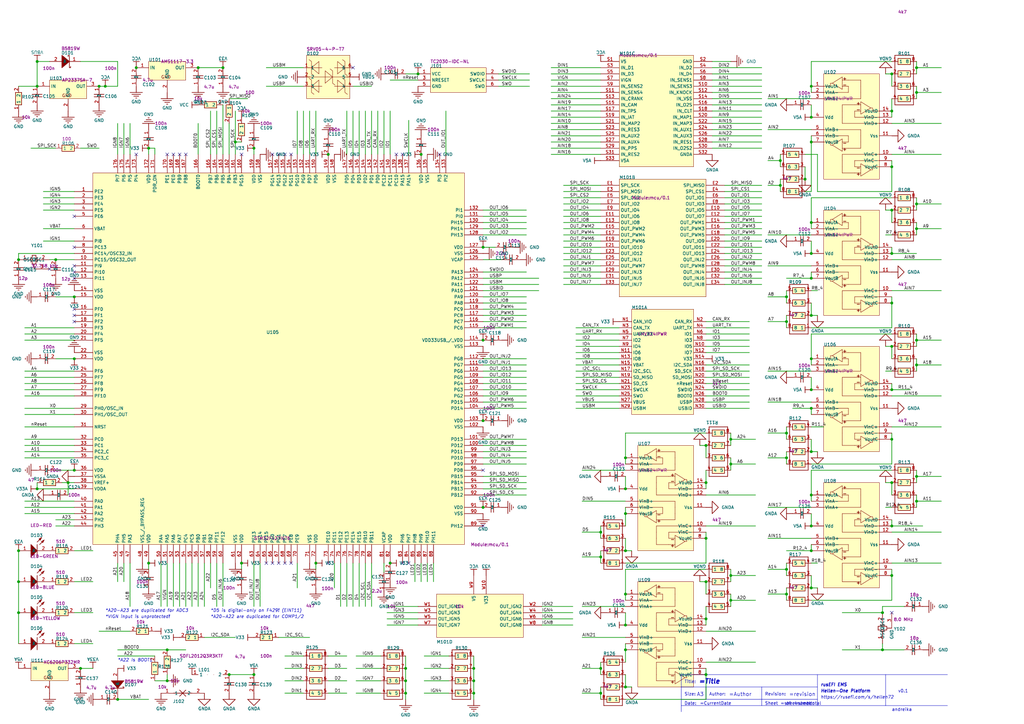
<source format=kicad_sch>
(kicad_sch (version 20201015) (generator eeschema)
  (paper "A3")
  (title_block (title "Hellen-One MCU") (rev "0.1"))
  (junction (at 7.62 106.5022) (diameter 1.016))
  (junction (at 7.62 225.8822) (diameter 1.016))
  (junction (at 7.62 238.5822) (diameter 1.016))
  (junction (at 7.62 251.2822) (diameter 1.016))
  (junction (at 15.24 25.2222) (diameter 1.016))
  (junction (at 15.24 35.3822) (diameter 1.016))
  (junction (at 15.24 200.4822) (diameter 1.016))
  (junction (at 22.86 106.5022) (diameter 1.016))
  (junction (at 27.94 197.9422) (diameter 1.016))
  (junction (at 30.48 121.7422) (diameter 1.016))
  (junction (at 30.48 147.1422) (diameter 1.016))
  (junction (at 30.48 192.8622) (diameter 1.016))
  (junction (at 33.02 274.1422) (diameter 1.016))
  (junction (at 40.64 35.3822) (diameter 1.016))
  (junction (at 43.18 35.3822) (diameter 1.016))
  (junction (at 48.26 286.8422) (diameter 1.016))
  (junction (at 55.88 27.7622) (diameter 1.016))
  (junction (at 60.96 60.7822) (diameter 1.016))
  (junction (at 60.96 230.9622) (diameter 1.016))
  (junction (at 68.58 266.5222) (diameter 1.016))
  (junction (at 68.58 279.2222) (diameter 1.016))
  (junction (at 81.28 27.7622) (diameter 1.016))
  (junction (at 91.44 27.7622) (diameter 1.016))
  (junction (at 93.98 276.6822) (diameter 1.016))
  (junction (at 96.52 58.2422) (diameter 1.016))
  (junction (at 99.06 230.9622) (diameter 1.016))
  (junction (at 104.14 60.7822) (diameter 1.016))
  (junction (at 104.14 276.6822) (diameter 1.016))
  (junction (at 129.54 230.9622) (diameter 1.016))
  (junction (at 134.62 63.3222) (diameter 1.016))
  (junction (at 160.02 230.9622) (diameter 1.016))
  (junction (at 166.37 274.1422) (diameter 1.016))
  (junction (at 166.37 279.2222) (diameter 1.016))
  (junction (at 166.37 284.3022) (diameter 1.016))
  (junction (at 171.45 30.3022) (diameter 1.016))
  (junction (at 172.72 63.3222) (diameter 1.016))
  (junction (at 194.31 274.1422) (diameter 1.016))
  (junction (at 194.31 279.2222) (diameter 1.016))
  (junction (at 194.31 284.3022) (diameter 1.016))
  (junction (at 198.12 101.4222) (diameter 1.016))
  (junction (at 198.12 139.5222) (diameter 1.016))
  (junction (at 198.12 172.5422) (diameter 1.016))
  (junction (at 198.12 208.1022) (diameter 1.016))
  (junction (at 246.38 218.2622) (diameter 1.016))
  (junction (at 246.38 228.4222) (diameter 1.016))
  (junction (at 246.38 274.1422) (diameter 1.016))
  (junction (at 246.38 284.3022) (diameter 1.016))
  (junction (at 256.54 187.7822) (diameter 1.016))
  (junction (at 256.54 200.4822) (diameter 1.016))
  (junction (at 256.54 210.6422) (diameter 1.016))
  (junction (at 256.54 225.8822) (diameter 1.016))
  (junction (at 256.54 243.6622) (diameter 1.016))
  (junction (at 256.54 256.3622) (diameter 1.016))
  (junction (at 256.54 266.5222) (diameter 1.016))
  (junction (at 256.54 281.7622) (diameter 1.016))
  (junction (at 289.56 182.7022) (diameter 1.016))
  (junction (at 289.56 197.9422) (diameter 1.016))
  (junction (at 289.56 220.8022) (diameter 1.016))
  (junction (at 289.56 238.5822) (diameter 1.016))
  (junction (at 289.56 253.8222) (diameter 1.016))
  (junction (at 289.56 276.6822) (diameter 1.016))
  (junction (at 299.72 180.1622) (diameter 1.016))
  (junction (at 299.72 190.3222) (diameter 1.016))
  (junction (at 299.72 236.0422) (diameter 1.016))
  (junction (at 299.72 246.2022) (diameter 1.016))
  (junction (at 320.04 65.8622) (diameter 1.016))
  (junction (at 320.04 76.0222) (diameter 1.016))
  (junction (at 322.58 121.7422) (diameter 1.016))
  (junction (at 322.58 131.9022) (diameter 1.016))
  (junction (at 322.58 177.6222) (diameter 1.016))
  (junction (at 322.58 187.7822) (diameter 1.016))
  (junction (at 322.58 233.5022) (diameter 1.016))
  (junction (at 322.58 243.6622) (diameter 1.016))
  (junction (at 330.2 73.4822) (diameter 1.016))
  (junction (at 332.74 35.3822) (diameter 1.016))
  (junction (at 332.74 48.0822) (diameter 1.016))
  (junction (at 332.74 58.2422) (diameter 1.016))
  (junction (at 332.74 91.2622) (diameter 1.016))
  (junction (at 332.74 103.9622) (diameter 1.016))
  (junction (at 332.74 114.1222) (diameter 1.016))
  (junction (at 332.74 129.3622) (diameter 1.016))
  (junction (at 332.74 147.1422) (diameter 1.016))
  (junction (at 332.74 159.8422) (diameter 1.016))
  (junction (at 332.74 167.4622) (diameter 1.016))
  (junction (at 332.74 185.2422) (diameter 1.016))
  (junction (at 332.74 203.0222) (diameter 1.016))
  (junction (at 332.74 215.7222) (diameter 1.016))
  (junction (at 332.74 225.8822) (diameter 1.016))
  (junction (at 332.74 241.1222) (diameter 1.016))
  (junction (at 361.95 251.2822) (diameter 1.016))
  (junction (at 361.95 266.5222) (diameter 1.016))
  (junction (at 365.76 30.3022) (diameter 1.016))
  (junction (at 365.76 45.5422) (diameter 1.016))
  (junction (at 365.76 68.4022) (diameter 1.016))
  (junction (at 365.76 86.1822) (diameter 1.016))
  (junction (at 365.76 103.9622) (diameter 1.016))
  (junction (at 365.76 124.2822) (diameter 1.016))
  (junction (at 365.76 142.0622) (diameter 1.016))
  (junction (at 365.76 159.8422) (diameter 1.016))
  (junction (at 365.76 180.1622) (diameter 1.016))
  (junction (at 365.76 197.9422) (diameter 1.016))
  (junction (at 365.76 215.7222) (diameter 1.016))
  (junction (at 365.76 236.0422) (diameter 1.016))
  (junction (at 375.92 27.7622) (diameter 1.016))
  (junction (at 375.92 37.9222) (diameter 1.016))
  (junction (at 375.92 83.6422) (diameter 1.016))
  (junction (at 375.92 93.8022) (diameter 1.016))
  (junction (at 375.92 139.5222) (diameter 1.016))
  (junction (at 375.92 149.6822) (diameter 1.016))
  (junction (at 375.92 195.4022) (diameter 1.016))
  (junction (at 375.92 205.5622) (diameter 1.016))
  (no_connect (at 20.32 110.3122))
  (no_connect (at 30.48 88.7222))
  (no_connect (at 30.48 101.4222))
  (no_connect (at 30.48 109.0422))
  (no_connect (at 30.48 111.5822))
  (no_connect (at 30.48 114.1222))
  (no_connect (at 30.48 126.8222))
  (no_connect (at 30.48 129.3622))
  (no_connect (at 30.48 131.9022))
  (no_connect (at 55.88 63.3222))
  (no_connect (at 68.58 63.3222))
  (no_connect (at 71.12 63.3222))
  (no_connect (at 73.66 63.3222))
  (no_connect (at 76.2 63.3222))
  (no_connect (at 99.06 63.3222))
  (no_connect (at 109.22 230.9622))
  (no_connect (at 111.76 63.3222))
  (no_connect (at 111.76 230.9622))
  (no_connect (at 114.3 63.3222))
  (no_connect (at 114.3 230.9622))
  (no_connect (at 116.84 63.3222))
  (no_connect (at 116.84 230.9622))
  (no_connect (at 119.38 63.3222))
  (no_connect (at 119.38 230.9622))
  (no_connect (at 134.62 230.9622))
  (no_connect (at 144.78 27.7622))
  (no_connect (at 162.56 63.3222))
  (no_connect (at 165.1 63.3222))
  (no_connect (at 165.1 230.9622))
  (no_connect (at 167.64 230.9622))
  (no_connect (at 180.34 63.3222))
  (no_connect (at 198.12 192.8622))
  (no_connect (at 198.12 215.7222))
  (no_connect (at 365.76 251.2822))
  (wire (pts (xy 7.62 35.3822) (xy 15.24 35.3822)) (stroke (width 0.254)))
  (wire (pts (xy 7.62 103.9622) (xy 7.62 106.5022)) (stroke (width 0.254)))
  (wire (pts (xy 7.62 225.8822) (xy 7.62 238.5822)) (stroke (width 0.254)))
  (wire (pts (xy 7.62 238.5822) (xy 7.62 251.2822)) (stroke (width 0.254)))
  (wire (pts (xy 7.62 251.2822) (xy 7.62 263.9822)) (stroke (width 0.254)))
  (wire (pts (xy 10.16 134.4422) (xy 30.48 134.4422)) (stroke (width 0.254)))
  (wire (pts (xy 10.16 136.9822) (xy 30.48 136.9822)) (stroke (width 0.254)))
  (wire (pts (xy 10.16 139.5222) (xy 30.48 139.5222)) (stroke (width 0.254)))
  (wire (pts (xy 10.16 152.2222) (xy 30.48 152.2222)) (stroke (width 0.254)))
  (wire (pts (xy 10.16 154.7622) (xy 30.48 154.7622)) (stroke (width 0.254)))
  (wire (pts (xy 10.16 157.3022) (xy 30.48 157.3022)) (stroke (width 0.254)))
  (wire (pts (xy 10.16 159.8422) (xy 30.48 159.8422)) (stroke (width 0.254)))
  (wire (pts (xy 10.16 162.3822) (xy 30.48 162.3822)) (stroke (width 0.254)))
  (wire (pts (xy 10.16 180.1622) (xy 30.48 180.1622)) (stroke (width 0.254)))
  (wire (pts (xy 10.16 182.7022) (xy 30.48 182.7022)) (stroke (width 0.254)))
  (wire (pts (xy 10.16 185.2422) (xy 30.48 185.2422)) (stroke (width 0.254)))
  (wire (pts (xy 10.16 187.7822) (xy 30.48 187.7822)) (stroke (width 0.254)))
  (wire (pts (xy 10.16 205.5622) (xy 30.48 205.5622)) (stroke (width 0.254)))
  (wire (pts (xy 10.16 208.1022) (xy 30.48 208.1022)) (stroke (width 0.254)))
  (wire (pts (xy 12.7 60.7822) (xy 22.86 60.7822)) (stroke (width 0.254)))
  (wire (pts (xy 15.24 25.2222) (xy 20.32 25.2222)) (stroke (width 0.254)))
  (wire (pts (xy 15.24 35.3822) (xy 15.24 25.2222)) (stroke (width 0.254)))
  (wire (pts (xy 15.24 200.4822) (xy 15.24 197.9422)) (stroke (width 0.254)))
  (wire (pts (xy 22.86 106.5022) (xy 20.32 106.5022)) (stroke (width 0.254)))
  (wire (pts (xy 22.86 213.1822) (xy 30.48 213.1822)) (stroke (width 0.254)))
  (wire (pts (xy 22.86 215.7222) (xy 30.48 215.7222)) (stroke (width 0.254)))
  (wire (pts (xy 25.4 197.9422) (xy 27.94 197.9422)) (stroke (width 0.254)))
  (wire (pts (xy 27.94 197.9422) (xy 27.94 203.0222)) (stroke (width 0.254)))
  (wire (pts (xy 27.94 197.9422) (xy 30.48 197.9422)) (stroke (width 0.254)))
  (wire (pts (xy 30.48 78.5622) (xy 17.78 78.5622)) (stroke (width 0.254)))
  (wire (pts (xy 30.48 81.1022) (xy 17.78 81.1022)) (stroke (width 0.254)))
  (wire (pts (xy 30.48 83.6422) (xy 17.78 83.6422)) (stroke (width 0.254)))
  (wire (pts (xy 30.48 86.1822) (xy 17.78 86.1822)) (stroke (width 0.254)))
  (wire (pts (xy 30.48 93.8022) (xy 17.78 93.8022)) (stroke (width 0.254)))
  (wire (pts (xy 30.48 98.8822) (xy 17.78 98.8822)) (stroke (width 0.254)))
  (wire (pts (xy 30.48 103.9622) (xy 7.62 103.9622)) (stroke (width 0.254)))
  (wire (pts (xy 30.48 106.5022) (xy 22.86 106.5022)) (stroke (width 0.254)))
  (wire (pts (xy 30.48 121.7422) (xy 22.86 121.7422)) (stroke (width 0.254)))
  (wire (pts (xy 30.48 147.1422) (xy 22.86 147.1422)) (stroke (width 0.254)))
  (wire (pts (xy 30.48 167.4622) (xy 10.16 167.4622)) (stroke (width 0.254)))
  (wire (pts (xy 30.48 170.0022) (xy 10.16 170.0022)) (stroke (width 0.254)))
  (wire (pts (xy 30.48 175.0822) (xy 10.16 175.0822)) (stroke (width 0.254)))
  (wire (pts (xy 30.48 192.8622) (xy 22.86 192.8622)) (stroke (width 0.254)))
  (wire (pts (xy 30.48 200.4822) (xy 15.24 200.4822)) (stroke (width 0.254)))
  (wire (pts (xy 30.48 210.6422) (xy 10.16 210.6422)) (stroke (width 0.254)))
  (wire (pts (xy 30.48 225.8822) (xy 38.1 225.8822)) (stroke (width 0.254)))
  (wire (pts (xy 30.48 238.5822) (xy 38.1 238.5822)) (stroke (width 0.254)))
  (wire (pts (xy 30.48 251.2822) (xy 38.1 251.2822)) (stroke (width 0.254)))
  (wire (pts (xy 30.48 263.9822) (xy 38.1 263.9822)) (stroke (width 0.254)))
  (wire (pts (xy 33.02 25.2222) (xy 48.26 25.2222)) (stroke (width 0.254)))
  (wire (pts (xy 33.02 60.7822) (xy 40.64 60.7822)) (stroke (width 0.254)))
  (wire (pts (xy 33.02 274.1422) (xy 38.1 274.1422)) (stroke (width 0.254)))
  (wire (pts (xy 43.18 35.3822) (xy 40.64 35.3822)) (stroke (width 0.254)))
  (wire (pts (xy 48.26 25.2222) (xy 48.26 35.3822)) (stroke (width 0.254)))
  (wire (pts (xy 48.26 35.3822) (xy 43.18 35.3822)) (stroke (width 0.254)))
  (wire (pts (xy 48.26 50.6222) (xy 48.26 63.3222)) (stroke (width 0.254)))
  (wire (pts (xy 48.26 238.5822) (xy 48.26 230.9622)) (stroke (width 0.254)))
  (wire (pts (xy 48.26 266.5222) (xy 68.58 266.5222)) (stroke (width 0.254)))
  (wire (pts (xy 50.8 50.6222) (xy 50.8 63.3222)) (stroke (width 0.254)))
  (wire (pts (xy 50.8 238.5822) (xy 50.8 230.9622)) (stroke (width 0.254)))
  (wire (pts (xy 53.34 50.6222) (xy 53.34 63.3222)) (stroke (width 0.254)))
  (wire (pts (xy 53.34 248.7422) (xy 53.34 230.9622)) (stroke (width 0.254)))
  (wire (pts (xy 53.34 258.9022) (xy 40.64 258.9022)) (stroke (width 0.254)))
  (wire (pts (xy 60.96 60.7822) (xy 60.96 63.3222)) (stroke (width 0.254)))
  (wire (pts (xy 60.96 233.5022) (xy 60.96 230.9622)) (stroke (width 0.254)))
  (wire (pts (xy 60.96 286.8422) (xy 48.26 286.8422)) (stroke (width 0.254)))
  (wire (pts (xy 63.5 60.7822) (xy 60.96 60.7822)) (stroke (width 0.254)))
  (wire (pts (xy 63.5 63.3222) (xy 63.5 60.7822)) (stroke (width 0.254)))
  (wire (pts (xy 63.5 269.0622) (xy 48.26 269.0622)) (stroke (width 0.254)))
  (wire (pts (xy 63.5 279.2222) (xy 68.58 279.2222)) (stroke (width 0.254)))
  (wire (pts (xy 66.04 248.7422) (xy 66.04 230.9622)) (stroke (width 0.254)))
  (wire (pts (xy 68.58 248.7422) (xy 68.58 230.9622)) (stroke (width 0.254)))
  (wire (pts (xy 68.58 266.5222) (xy 76.2 266.5222)) (stroke (width 0.254)))
  (wire (pts (xy 68.58 279.2222) (xy 68.58 276.6822)) (stroke (width 0.254)))
  (wire (pts (xy 71.12 248.7422) (xy 71.12 230.9622)) (stroke (width 0.254)))
  (wire (pts (xy 73.66 248.7422) (xy 73.66 230.9622)) (stroke (width 0.254)))
  (wire (pts (xy 76.2 248.7422) (xy 76.2 230.9622)) (stroke (width 0.254)))
  (wire (pts (xy 78.74 248.7422) (xy 78.74 230.9622)) (stroke (width 0.254)))
  (wire (pts (xy 81.28 27.7622) (xy 91.44 27.7622)) (stroke (width 0.254)))
  (wire (pts (xy 81.28 63.3222) (xy 81.28 50.6222)) (stroke (width 0.254)))
  (wire (pts (xy 81.28 248.7422) (xy 81.28 230.9622)) (stroke (width 0.254)))
  (wire (pts (xy 83.82 248.7422) (xy 83.82 230.9622)) (stroke (width 0.254)))
  (wire (pts (xy 83.82 261.4422) (xy 96.52 261.4422)) (stroke (width 0.254)))
  (wire (pts (xy 86.36 63.3222) (xy 86.36 45.5422)) (stroke (width 0.254)))
  (wire (pts (xy 86.36 241.1222) (xy 86.36 230.9622)) (stroke (width 0.254)))
  (wire (pts (xy 88.9 63.3222) (xy 88.9 45.5422)) (stroke (width 0.254)))
  (wire (pts (xy 88.9 248.7422) (xy 88.9 230.9622)) (stroke (width 0.254)))
  (wire (pts (xy 91.44 63.3222) (xy 91.44 43.0022)) (stroke (width 0.254)))
  (wire (pts (xy 91.44 230.9622) (xy 91.44 248.7422)) (stroke (width 0.254)))
  (wire (pts (xy 93.98 40.4622) (xy 101.6 40.4622)) (stroke (width 0.254)))
  (wire (pts (xy 93.98 63.3222) (xy 93.98 50.6222)) (stroke (width 0.254)))
  (wire (pts (xy 93.98 276.6822) (xy 104.14 276.6822)) (stroke (width 0.254)))
  (wire (pts (xy 96.52 58.2422) (xy 96.52 45.5422)) (stroke (width 0.254)))
  (wire (pts (xy 96.52 63.3222) (xy 96.52 58.2422)) (stroke (width 0.254)))
  (wire (pts (xy 99.06 58.2422) (xy 96.52 58.2422)) (stroke (width 0.254)))
  (wire (pts (xy 99.06 233.5022) (xy 99.06 230.9622)) (stroke (width 0.254)))
  (wire (pts (xy 104.14 60.7822) (xy 104.14 63.3222)) (stroke (width 0.254)))
  (wire (pts (xy 104.14 230.9622) (xy 104.14 248.7422)) (stroke (width 0.254)))
  (wire (pts (xy 106.68 230.9622) (xy 106.68 248.7422)) (stroke (width 0.254)))
  (wire (pts (xy 114.3 261.4422) (xy 127 261.4422)) (stroke (width 0.254)))
  (wire (pts (xy 121.92 63.3222) (xy 121.92 45.5422)) (stroke (width 0.254)))
  (wire (pts (xy 121.92 241.1222) (xy 121.92 230.9622)) (stroke (width 0.254)))
  (wire (pts (xy 124.46 27.7622) (xy 109.22 27.7622)) (stroke (width 0.254)))
  (wire (pts (xy 124.46 35.3822) (xy 109.22 35.3822)) (stroke (width 0.254)))
  (wire (pts (xy 124.46 63.3222) (xy 124.46 45.5422)) (stroke (width 0.254)))
  (wire (pts (xy 124.46 269.0622) (xy 116.84 269.0622)) (stroke (width 0.254)))
  (wire (pts (xy 124.46 274.1422) (xy 116.84 274.1422)) (stroke (width 0.254)))
  (wire (pts (xy 124.46 279.2222) (xy 116.84 279.2222)) (stroke (width 0.254)))
  (wire (pts (xy 124.46 284.3022) (xy 116.84 284.3022)) (stroke (width 0.254)))
  (wire (pts (xy 127 63.3222) (xy 127 45.5422)) (stroke (width 0.254)))
  (wire (pts (xy 129.54 45.5422) (xy 129.54 63.3222)) (stroke (width 0.254)))
  (wire (pts (xy 129.54 233.5022) (xy 129.54 230.9622)) (stroke (width 0.254)))
  (wire (pts (xy 134.62 269.0622) (xy 142.24 269.0622)) (stroke (width 0.254)))
  (wire (pts (xy 134.62 274.1422) (xy 142.24 274.1422)) (stroke (width 0.254)))
  (wire (pts (xy 134.62 279.2222) (xy 142.24 279.2222)) (stroke (width 0.254)))
  (wire (pts (xy 134.62 284.3022) (xy 142.24 284.3022)) (stroke (width 0.254)))
  (wire (pts (xy 137.16 241.1222) (xy 137.16 230.9622)) (stroke (width 0.254)))
  (wire (pts (xy 139.7 248.7422) (xy 139.7 230.9622)) (stroke (width 0.254)))
  (wire (pts (xy 142.24 45.5422) (xy 142.24 63.3222)) (stroke (width 0.254)))
  (wire (pts (xy 142.24 248.7422) (xy 142.24 230.9622)) (stroke (width 0.254)))
  (wire (pts (xy 144.78 35.3822) (xy 152.4 35.3822)) (stroke (width 0.254)))
  (wire (pts (xy 144.78 63.3222) (xy 144.78 45.5422)) (stroke (width 0.254)))
  (wire (pts (xy 144.78 248.7422) (xy 144.78 230.9622)) (stroke (width 0.254)))
  (wire (pts (xy 147.32 63.3222) (xy 147.32 45.5422)) (stroke (width 0.254)))
  (wire (pts (xy 147.32 248.7422) (xy 147.32 230.9622)) (stroke (width 0.254)))
  (wire (pts (xy 149.86 63.3222) (xy 149.86 45.5422)) (stroke (width 0.254)))
  (wire (pts (xy 149.86 230.9622) (xy 149.86 248.7422)) (stroke (width 0.254)))
  (wire (pts (xy 152.4 63.3222) (xy 152.4 45.5422)) (stroke (width 0.254)))
  (wire (pts (xy 152.4 230.9622) (xy 152.4 248.7422)) (stroke (width 0.254)))
  (wire (pts (xy 154.94 63.3222) (xy 154.94 45.5422)) (stroke (width 0.254)))
  (wire (pts (xy 156.21 269.0622) (xy 146.05 269.0622)) (stroke (width 0.254)))
  (wire (pts (xy 156.21 274.1422) (xy 146.05 274.1422)) (stroke (width 0.254)))
  (wire (pts (xy 156.21 279.2222) (xy 146.05 279.2222)) (stroke (width 0.254)))
  (wire (pts (xy 156.21 284.3022) (xy 146.05 284.3022)) (stroke (width 0.254)))
  (wire (pts (xy 157.48 63.3222) (xy 157.48 45.5422)) (stroke (width 0.254)))
  (wire (pts (xy 157.48 230.9622) (xy 157.48 234.7722)) (stroke (width 0.254)))
  (wire (pts (xy 158.75 248.7422) (xy 171.45 248.7422)) (stroke (width 0.254)))
  (wire (pts (xy 158.75 251.2822) (xy 171.45 251.2822)) (stroke (width 0.254)))
  (wire (pts (xy 158.75 253.8222) (xy 171.45 253.8222)) (stroke (width 0.254)))
  (wire (pts (xy 158.75 256.3622) (xy 171.45 256.3622)) (stroke (width 0.254)))
  (wire (pts (xy 160.02 32.8422) (xy 171.45 32.8422)) (stroke (width 0.254)))
  (wire (pts (xy 160.02 63.3222) (xy 160.02 45.5422)) (stroke (width 0.254)))
  (wire (pts (xy 166.37 274.1422) (xy 166.37 269.0622)) (stroke (width 0.254)))
  (wire (pts (xy 166.37 279.2222) (xy 166.37 274.1422)) (stroke (width 0.254)))
  (wire (pts (xy 166.37 284.3022) (xy 166.37 279.2222)) (stroke (width 0.254)))
  (wire (pts (xy 166.37 286.8422) (xy 166.37 284.3022)) (stroke (width 0.254)))
  (wire (pts (xy 167.64 63.3222) (xy 167.64 49.3522)) (stroke (width 0.254)))
  (wire (pts (xy 170.18 238.5822) (xy 170.18 230.9622)) (stroke (width 0.254)))
  (wire (pts (xy 171.45 30.3022) (xy 166.37 30.3022)) (stroke (width 0.254)))
  (wire (pts (xy 172.72 238.5822) (xy 172.72 230.9622)) (stroke (width 0.254)))
  (wire (pts (xy 175.26 238.5822) (xy 175.26 230.9622)) (stroke (width 0.254)))
  (wire (pts (xy 177.8 238.5822) (xy 177.8 230.9622)) (stroke (width 0.254)))
  (wire (pts (xy 182.88 63.3222) (xy 182.88 45.5422)) (stroke (width 0.254)))
  (wire (pts (xy 184.15 269.0622) (xy 173.99 269.0622)) (stroke (width 0.254)))
  (wire (pts (xy 184.15 274.1422) (xy 173.99 274.1422)) (stroke (width 0.254)))
  (wire (pts (xy 184.15 279.2222) (xy 173.99 279.2222)) (stroke (width 0.254)))
  (wire (pts (xy 184.15 284.3022) (xy 173.99 284.3022)) (stroke (width 0.254)))
  (wire (pts (xy 194.31 274.1422) (xy 194.31 269.0622)) (stroke (width 0.254)))
  (wire (pts (xy 194.31 279.2222) (xy 194.31 274.1422)) (stroke (width 0.254)))
  (wire (pts (xy 194.31 284.3022) (xy 194.31 279.2222)) (stroke (width 0.254)))
  (wire (pts (xy 194.31 286.8422) (xy 194.31 284.3022)) (stroke (width 0.254)))
  (wire (pts (xy 198.12 86.1822) (xy 215.9 86.1822)) (stroke (width 0.254)))
  (wire (pts (xy 198.12 88.7222) (xy 215.9 88.7222)) (stroke (width 0.254)))
  (wire (pts (xy 198.12 91.2622) (xy 215.9 91.2622)) (stroke (width 0.254)))
  (wire (pts (xy 198.12 93.8022) (xy 215.9 93.8022)) (stroke (width 0.254)))
  (wire (pts (xy 198.12 96.3422) (xy 215.9 96.3422)) (stroke (width 0.254)))
  (wire (pts (xy 198.12 101.4222) (xy 203.2 101.4222)) (stroke (width 0.254)))
  (wire (pts (xy 198.12 111.5822) (xy 215.9 111.5822)) (stroke (width 0.254)))
  (wire (pts (xy 198.12 121.7422) (xy 215.9 121.7422)) (stroke (width 0.254)))
  (wire (pts (xy 198.12 124.2822) (xy 215.9 124.2822)) (stroke (width 0.254)))
  (wire (pts (xy 198.12 126.8222) (xy 215.9 126.8222)) (stroke (width 0.254)))
  (wire (pts (xy 198.12 129.3622) (xy 215.9 129.3622)) (stroke (width 0.254)))
  (wire (pts (xy 198.12 131.9022) (xy 215.9 131.9022)) (stroke (width 0.254)))
  (wire (pts (xy 198.12 134.4422) (xy 215.9 134.4422)) (stroke (width 0.254)))
  (wire (pts (xy 198.12 147.1422) (xy 215.9 147.1422)) (stroke (width 0.254)))
  (wire (pts (xy 198.12 149.6822) (xy 215.9 149.6822)) (stroke (width 0.254)))
  (wire (pts (xy 198.12 152.2222) (xy 215.9 152.2222)) (stroke (width 0.254)))
  (wire (pts (xy 198.12 154.7622) (xy 215.9 154.7622)) (stroke (width 0.254)))
  (wire (pts (xy 198.12 157.3022) (xy 215.9 157.3022)) (stroke (width 0.254)))
  (wire (pts (xy 198.12 159.8422) (xy 215.9 159.8422)) (stroke (width 0.254)))
  (wire (pts (xy 198.12 162.3822) (xy 215.9 162.3822)) (stroke (width 0.254)))
  (wire (pts (xy 198.12 164.9222) (xy 215.9 164.9222)) (stroke (width 0.254)))
  (wire (pts (xy 198.12 167.4622) (xy 215.9 167.4622)) (stroke (width 0.254)))
  (wire (pts (xy 198.12 180.1622) (xy 215.9 180.1622)) (stroke (width 0.254)))
  (wire (pts (xy 198.12 182.7022) (xy 215.9 182.7022)) (stroke (width 0.254)))
  (wire (pts (xy 198.12 185.2422) (xy 215.9 185.2422)) (stroke (width 0.254)))
  (wire (pts (xy 198.12 187.7822) (xy 215.9 187.7822)) (stroke (width 0.254)))
  (wire (pts (xy 198.12 190.3222) (xy 215.9 190.3222)) (stroke (width 0.254)))
  (wire (pts (xy 204.47 30.3022) (xy 217.17 30.3022)) (stroke (width 0.254)))
  (wire (pts (xy 204.47 32.8422) (xy 217.17 32.8422)) (stroke (width 0.254)))
  (wire (pts (xy 204.47 35.3822) (xy 217.17 35.3822)) (stroke (width 0.254)))
  (wire (pts (xy 205.74 106.5022) (xy 198.12 106.5022)) (stroke (width 0.254)))
  (wire (pts (xy 215.9 195.4022) (xy 198.12 195.4022)) (stroke (width 0.254)))
  (wire (pts (xy 215.9 197.9422) (xy 198.12 197.9422)) (stroke (width 0.254)))
  (wire (pts (xy 215.9 200.4822) (xy 198.12 200.4822)) (stroke (width 0.254)))
  (wire (pts (xy 215.9 203.0222) (xy 198.12 203.0222)) (stroke (width 0.254)))
  (wire (pts (xy 220.98 114.1222) (xy 198.12 114.1222)) (stroke (width 0.254)))
  (wire (pts (xy 220.98 116.6622) (xy 198.12 116.6622)) (stroke (width 0.254)))
  (wire (pts (xy 220.98 119.2022) (xy 198.12 119.2022)) (stroke (width 0.254)))
  (wire (pts (xy 222.25 248.7422) (xy 234.95 248.7422)) (stroke (width 0.254)))
  (wire (pts (xy 222.25 251.2822) (xy 234.95 251.2822)) (stroke (width 0.254)))
  (wire (pts (xy 222.25 253.8222) (xy 234.95 253.8222)) (stroke (width 0.254)))
  (wire (pts (xy 222.25 256.3622) (xy 234.95 256.3622)) (stroke (width 0.254)))
  (wire (pts (xy 226.06 27.7622) (xy 246.38 27.7622)) (stroke (width 0.254)))
  (wire (pts (xy 226.06 30.3022) (xy 246.38 30.3022)) (stroke (width 0.254)))
  (wire (pts (xy 226.06 32.8422) (xy 246.38 32.8422)) (stroke (width 0.254)))
  (wire (pts (xy 226.06 35.3822) (xy 246.38 35.3822)) (stroke (width 0.254)))
  (wire (pts (xy 226.06 37.9222) (xy 246.38 37.9222)) (stroke (width 0.254)))
  (wire (pts (xy 226.06 40.4622) (xy 246.38 40.4622)) (stroke (width 0.254)))
  (wire (pts (xy 226.06 43.0022) (xy 246.38 43.0022)) (stroke (width 0.254)))
  (wire (pts (xy 226.06 45.5422) (xy 246.38 45.5422)) (stroke (width 0.254)))
  (wire (pts (xy 226.06 48.0822) (xy 246.38 48.0822)) (stroke (width 0.254)))
  (wire (pts (xy 226.06 50.6222) (xy 246.38 50.6222)) (stroke (width 0.254)))
  (wire (pts (xy 226.06 53.1622) (xy 246.38 53.1622)) (stroke (width 0.254)))
  (wire (pts (xy 226.06 55.7022) (xy 246.38 55.7022)) (stroke (width 0.254)))
  (wire (pts (xy 226.06 60.7822) (xy 246.38 60.7822)) (stroke (width 0.254)))
  (wire (pts (xy 226.06 63.3222) (xy 246.38 63.3222)) (stroke (width 0.254)))
  (wire (pts (xy 231.14 81.1022) (xy 246.38 81.1022)) (stroke (width 0.254)))
  (wire (pts (xy 231.14 83.6422) (xy 246.38 83.6422)) (stroke (width 0.254)))
  (wire (pts (xy 231.14 86.1822) (xy 246.38 86.1822)) (stroke (width 0.254)))
  (wire (pts (xy 231.14 88.7222) (xy 246.38 88.7222)) (stroke (width 0.254)))
  (wire (pts (xy 231.14 91.2622) (xy 246.38 91.2622)) (stroke (width 0.254)))
  (wire (pts (xy 231.14 98.8822) (xy 246.38 98.8822)) (stroke (width 0.254)))
  (wire (pts (xy 231.14 101.4222) (xy 246.38 101.4222)) (stroke (width 0.254)))
  (wire (pts (xy 231.14 103.9622) (xy 246.38 103.9622)) (stroke (width 0.254)))
  (wire (pts (xy 231.14 106.5022) (xy 246.38 106.5022)) (stroke (width 0.254)))
  (wire (pts (xy 231.14 109.0422) (xy 246.38 109.0422)) (stroke (width 0.254)))
  (wire (pts (xy 231.14 111.5822) (xy 246.38 111.5822)) (stroke (width 0.254)))
  (wire (pts (xy 231.14 114.1222) (xy 246.38 114.1222)) (stroke (width 0.254)))
  (wire (pts (xy 231.14 116.6622) (xy 246.38 116.6622)) (stroke (width 0.254)))
  (wire (pts (xy 236.22 134.4422) (xy 254 134.4422)) (stroke (width 0.254)))
  (wire (pts (xy 236.22 152.2222) (xy 254 152.2222)) (stroke (width 0.254)))
  (wire (pts (xy 236.22 154.7622) (xy 254 154.7622)) (stroke (width 0.254)))
  (wire (pts (xy 236.22 157.3022) (xy 254 157.3022)) (stroke (width 0.254)))
  (wire (pts (xy 236.22 159.8422) (xy 254 159.8422)) (stroke (width 0.254)))
  (wire (pts (xy 236.22 162.3822) (xy 254 162.3822)) (stroke (width 0.254)))
  (wire (pts (xy 236.22 164.9222) (xy 254 164.9222)) (stroke (width 0.254)))
  (wire (pts (xy 236.22 167.4622) (xy 254 167.4622)) (stroke (width 0.254)))
  (wire (pts (xy 246.38 58.2422) (xy 226.06 58.2422)) (stroke (width 0.254)))
  (wire (pts (xy 246.38 76.0222) (xy 231.14 76.0222)) (stroke (width 0.254)))
  (wire (pts (xy 246.38 78.5622) (xy 231.14 78.5622)) (stroke (width 0.254)))
  (wire (pts (xy 246.38 93.8022) (xy 231.14 93.8022)) (stroke (width 0.254)))
  (wire (pts (xy 246.38 96.3422) (xy 231.14 96.3422)) (stroke (width 0.254)))
  (wire (pts (xy 246.38 215.7222) (xy 246.38 218.2622)) (stroke (width 0.254)))
  (wire (pts (xy 246.38 218.2622) (xy 238.76 218.2622)) (stroke (width 0.254)))
  (wire (pts (xy 246.38 218.2622) (xy 246.38 220.8022)) (stroke (width 0.254)))
  (wire (pts (xy 246.38 228.4222) (xy 238.76 228.4222)) (stroke (width 0.254)))
  (wire (pts (xy 246.38 228.4222) (xy 246.38 225.8822)) (stroke (width 0.254)))
  (wire (pts (xy 246.38 230.9622) (xy 246.38 228.4222)) (stroke (width 0.254)))
  (wire (pts (xy 246.38 271.6022) (xy 246.38 274.1422)) (stroke (width 0.254)))
  (wire (pts (xy 246.38 274.1422) (xy 238.76 274.1422)) (stroke (width 0.254)))
  (wire (pts (xy 246.38 274.1422) (xy 246.38 276.6822)) (stroke (width 0.254)))
  (wire (pts (xy 246.38 284.3022) (xy 238.76 284.3022)) (stroke (width 0.254)))
  (wire (pts (xy 246.38 284.3022) (xy 246.38 281.7622)) (stroke (width 0.254)))
  (wire (pts (xy 246.38 286.8422) (xy 246.38 284.3022)) (stroke (width 0.254)))
  (wire (pts (xy 254 136.9822) (xy 236.22 136.9822)) (stroke (width 0.254)))
  (wire (pts (xy 254 139.5222) (xy 236.22 139.5222)) (stroke (width 0.254)))
  (wire (pts (xy 254 142.0622) (xy 236.22 142.0622)) (stroke (width 0.254)))
  (wire (pts (xy 254 144.6022) (xy 236.22 144.6022)) (stroke (width 0.254)))
  (wire (pts (xy 254 147.1422) (xy 236.22 147.1422)) (stroke (width 0.254)))
  (wire (pts (xy 254 149.6822) (xy 236.22 149.6822)) (stroke (width 0.254)))
  (wire (pts (xy 256.54 177.6222) (xy 289.56 177.6222)) (stroke (width 0.254)))
  (wire (pts (xy 256.54 187.7822) (xy 256.54 177.6222)) (stroke (width 0.254)))
  (wire (pts (xy 256.54 190.3222) (xy 256.54 187.7822)) (stroke (width 0.254)))
  (wire (pts (xy 256.54 192.8622) (xy 238.76 192.8622)) (stroke (width 0.254)))
  (wire (pts (xy 256.54 195.4022) (xy 256.54 200.4822)) (stroke (width 0.254)))
  (wire (pts (xy 256.54 205.5622) (xy 238.76 205.5622)) (stroke (width 0.254)))
  (wire (pts (xy 256.54 208.1022) (xy 256.54 210.6422)) (stroke (width 0.254)))
  (wire (pts (xy 256.54 210.6422) (xy 256.54 215.7222)) (stroke (width 0.254)))
  (wire (pts (xy 256.54 220.8022) (xy 256.54 225.8822)) (stroke (width 0.254)))
  (wire (pts (xy 256.54 225.8822) (xy 259.08 225.8822)) (stroke (width 0.254)))
  (wire (pts (xy 256.54 230.9622) (xy 289.56 230.9622)) (stroke (width 0.254)))
  (wire (pts (xy 256.54 233.5022) (xy 289.56 233.5022)) (stroke (width 0.254)))
  (wire (pts (xy 256.54 243.6622) (xy 256.54 233.5022)) (stroke (width 0.254)))
  (wire (pts (xy 256.54 246.2022) (xy 256.54 243.6622)) (stroke (width 0.254)))
  (wire (pts (xy 256.54 248.7422) (xy 238.76 248.7422)) (stroke (width 0.254)))
  (wire (pts (xy 256.54 251.2822) (xy 256.54 256.3622)) (stroke (width 0.254)))
  (wire (pts (xy 256.54 261.4422) (xy 238.76 261.4422)) (stroke (width 0.254)))
  (wire (pts (xy 256.54 263.9822) (xy 256.54 266.5222)) (stroke (width 0.254)))
  (wire (pts (xy 256.54 266.5222) (xy 256.54 271.6022)) (stroke (width 0.254)))
  (wire (pts (xy 256.54 276.6822) (xy 256.54 281.7622)) (stroke (width 0.254)))
  (wire (pts (xy 256.54 281.7622) (xy 259.08 281.7622)) (stroke (width 0.254)))
  (wire (pts (xy 256.54 286.8422) (xy 289.56 286.8422)) (stroke (width 0.254)))
  (wire (pts (xy 287.02 182.7022) (xy 289.56 182.7022)) (stroke (width 0.254)))
  (wire (pts (xy 287.02 238.5822) (xy 289.56 238.5822)) (stroke (width 0.254)))
  (wire (pts (xy 289.56 131.9022) (xy 307.34 131.9022)) (stroke (width 0.254)))
  (wire (pts (xy 289.56 134.4422) (xy 307.34 134.4422)) (stroke (width 0.254)))
  (wire (pts (xy 289.56 136.9822) (xy 307.34 136.9822)) (stroke (width 0.254)))
  (wire (pts (xy 289.56 139.5222) (xy 307.34 139.5222)) (stroke (width 0.254)))
  (wire (pts (xy 289.56 142.0622) (xy 307.34 142.0622)) (stroke (width 0.254)))
  (wire (pts (xy 289.56 182.7022) (xy 289.56 187.7822)) (stroke (width 0.254)))
  (wire (pts (xy 289.56 197.9422) (xy 289.56 192.8622)) (stroke (width 0.254)))
  (wire (pts (xy 289.56 200.4822) (xy 289.56 197.9422)) (stroke (width 0.254)))
  (wire (pts (xy 289.56 203.0222) (xy 309.88 203.0222)) (stroke (width 0.254)))
  (wire (pts (xy 289.56 215.7222) (xy 309.88 215.7222)) (stroke (width 0.254)))
  (wire (pts (xy 289.56 220.8022) (xy 289.56 218.2622)) (stroke (width 0.254)))
  (wire (pts (xy 289.56 230.9622) (xy 289.56 220.8022)) (stroke (width 0.254)))
  (wire (pts (xy 289.56 238.5822) (xy 289.56 243.6622)) (stroke (width 0.254)))
  (wire (pts (xy 289.56 253.8222) (xy 289.56 248.7422)) (stroke (width 0.254)))
  (wire (pts (xy 289.56 256.3622) (xy 289.56 253.8222)) (stroke (width 0.254)))
  (wire (pts (xy 289.56 258.9022) (xy 309.88 258.9022)) (stroke (width 0.254)))
  (wire (pts (xy 289.56 271.6022) (xy 309.88 271.6022)) (stroke (width 0.254)))
  (wire (pts (xy 289.56 276.6822) (xy 289.56 274.1422)) (stroke (width 0.254)))
  (wire (pts (xy 289.56 286.8422) (xy 289.56 276.6822)) (stroke (width 0.254)))
  (wire (pts (xy 292.1 27.7622) (xy 312.42 27.7622)) (stroke (width 0.254)))
  (wire (pts (xy 292.1 30.3022) (xy 312.42 30.3022)) (stroke (width 0.254)))
  (wire (pts (xy 292.1 32.8422) (xy 312.42 32.8422)) (stroke (width 0.254)))
  (wire (pts (xy 292.1 35.3822) (xy 312.42 35.3822)) (stroke (width 0.254)))
  (wire (pts (xy 292.1 37.9222) (xy 312.42 37.9222)) (stroke (width 0.254)))
  (wire (pts (xy 292.1 40.4622) (xy 312.42 40.4622)) (stroke (width 0.254)))
  (wire (pts (xy 292.1 43.0022) (xy 312.42 43.0022)) (stroke (width 0.254)))
  (wire (pts (xy 292.1 45.5422) (xy 312.42 45.5422)) (stroke (width 0.254)))
  (wire (pts (xy 292.1 48.0822) (xy 312.42 48.0822)) (stroke (width 0.254)))
  (wire (pts (xy 292.1 50.6222) (xy 312.42 50.6222)) (stroke (width 0.254)))
  (wire (pts (xy 292.1 53.1622) (xy 312.42 53.1622)) (stroke (width 0.254)))
  (wire (pts (xy 292.1 55.7022) (xy 312.42 55.7022)) (stroke (width 0.254)))
  (wire (pts (xy 292.1 58.2422) (xy 312.42 58.2422)) (stroke (width 0.254)))
  (wire (pts (xy 292.1 60.7822) (xy 312.42 60.7822)) (stroke (width 0.254)))
  (wire (pts (xy 297.18 76.0222) (xy 312.42 76.0222)) (stroke (width 0.254)))
  (wire (pts (xy 297.18 78.5622) (xy 312.42 78.5622)) (stroke (width 0.254)))
  (wire (pts (xy 297.18 81.1022) (xy 312.42 81.1022)) (stroke (width 0.254)))
  (wire (pts (xy 297.18 83.6422) (xy 312.42 83.6422)) (stroke (width 0.254)))
  (wire (pts (xy 297.18 86.1822) (xy 312.42 86.1822)) (stroke (width 0.254)))
  (wire (pts (xy 297.18 88.7222) (xy 312.42 88.7222)) (stroke (width 0.254)))
  (wire (pts (xy 297.18 91.2622) (xy 312.42 91.2622)) (stroke (width 0.254)))
  (wire (pts (xy 297.18 93.8022) (xy 312.42 93.8022)) (stroke (width 0.254)))
  (wire (pts (xy 297.18 96.3422) (xy 312.42 96.3422)) (stroke (width 0.254)))
  (wire (pts (xy 297.18 98.8822) (xy 312.42 98.8822)) (stroke (width 0.254)))
  (wire (pts (xy 297.18 101.4222) (xy 312.42 101.4222)) (stroke (width 0.254)))
  (wire (pts (xy 297.18 103.9622) (xy 312.42 103.9622)) (stroke (width 0.254)))
  (wire (pts (xy 297.18 106.5022) (xy 312.42 106.5022)) (stroke (width 0.254)))
  (wire (pts (xy 297.18 109.0422) (xy 312.42 109.0422)) (stroke (width 0.254)))
  (wire (pts (xy 297.18 111.5822) (xy 312.42 111.5822)) (stroke (width 0.254)))
  (wire (pts (xy 297.18 114.1222) (xy 312.42 114.1222)) (stroke (width 0.254)))
  (wire (pts (xy 297.18 116.6622) (xy 312.42 116.6622)) (stroke (width 0.254)))
  (wire (pts (xy 299.72 25.2222) (xy 292.1 25.2222)) (stroke (width 0.254)))
  (wire (pts (xy 299.72 177.6222) (xy 299.72 180.1622)) (stroke (width 0.254)))
  (wire (pts (xy 299.72 180.1622) (xy 299.72 182.7022)) (stroke (width 0.254)))
  (wire (pts (xy 299.72 180.1622) (xy 309.88 180.1622)) (stroke (width 0.254)))
  (wire (pts (xy 299.72 190.3222) (xy 299.72 187.7822)) (stroke (width 0.254)))
  (wire (pts (xy 299.72 190.3222) (xy 309.88 190.3222)) (stroke (width 0.254)))
  (wire (pts (xy 299.72 192.8622) (xy 299.72 190.3222)) (stroke (width 0.254)))
  (wire (pts (xy 299.72 233.5022) (xy 299.72 236.0422)) (stroke (width 0.254)))
  (wire (pts (xy 299.72 236.0422) (xy 299.72 238.5822)) (stroke (width 0.254)))
  (wire (pts (xy 299.72 236.0422) (xy 309.88 236.0422)) (stroke (width 0.254)))
  (wire (pts (xy 299.72 246.2022) (xy 299.72 243.6622)) (stroke (width 0.254)))
  (wire (pts (xy 299.72 246.2022) (xy 309.88 246.2022)) (stroke (width 0.254)))
  (wire (pts (xy 299.72 248.7422) (xy 299.72 246.2022)) (stroke (width 0.254)))
  (wire (pts (xy 307.34 144.6022) (xy 289.56 144.6022)) (stroke (width 0.254)))
  (wire (pts (xy 307.34 149.6822) (xy 289.56 149.6822)) (stroke (width 0.254)))
  (wire (pts (xy 307.34 152.2222) (xy 289.56 152.2222)) (stroke (width 0.254)))
  (wire (pts (xy 307.34 154.7622) (xy 289.56 154.7622)) (stroke (width 0.254)))
  (wire (pts (xy 307.34 157.3022) (xy 289.56 157.3022)) (stroke (width 0.254)))
  (wire (pts (xy 307.34 159.8422) (xy 289.56 159.8422)) (stroke (width 0.254)))
  (wire (pts (xy 307.34 162.3822) (xy 289.56 162.3822)) (stroke (width 0.254)))
  (wire (pts (xy 307.34 164.9222) (xy 289.56 164.9222)) (stroke (width 0.254)))
  (wire (pts (xy 307.34 167.4622) (xy 289.56 167.4622)) (stroke (width 0.254)))
  (wire (pts (xy 314.96 65.8622) (xy 320.04 65.8622)) (stroke (width 0.254)))
  (wire (pts (xy 314.96 76.0222) (xy 320.04 76.0222)) (stroke (width 0.254)))
  (wire (pts (xy 320.04 63.3222) (xy 320.04 65.8622)) (stroke (width 0.254)))
  (wire (pts (xy 320.04 65.8622) (xy 320.04 68.4022)) (stroke (width 0.254)))
  (wire (pts (xy 320.04 76.0222) (xy 320.04 73.4822)) (stroke (width 0.254)))
  (wire (pts (xy 320.04 78.5622) (xy 320.04 76.0222)) (stroke (width 0.254)))
  (wire (pts (xy 322.58 119.2022) (xy 322.58 121.7422)) (stroke (width 0.254)))
  (wire (pts (xy 322.58 121.7422) (xy 314.96 121.7422)) (stroke (width 0.254)))
  (wire (pts (xy 322.58 121.7422) (xy 322.58 124.2822)) (stroke (width 0.254)))
  (wire (pts (xy 322.58 131.9022) (xy 314.96 131.9022)) (stroke (width 0.254)))
  (wire (pts (xy 322.58 131.9022) (xy 322.58 129.3622)) (stroke (width 0.254)))
  (wire (pts (xy 322.58 134.4422) (xy 322.58 131.9022)) (stroke (width 0.254)))
  (wire (pts (xy 322.58 175.0822) (xy 322.58 177.6222)) (stroke (width 0.254)))
  (wire (pts (xy 322.58 177.6222) (xy 314.96 177.6222)) (stroke (width 0.254)))
  (wire (pts (xy 322.58 177.6222) (xy 322.58 180.1622)) (stroke (width 0.254)))
  (wire (pts (xy 322.58 187.7822) (xy 314.96 187.7822)) (stroke (width 0.254)))
  (wire (pts (xy 322.58 187.7822) (xy 322.58 185.2422)) (stroke (width 0.254)))
  (wire (pts (xy 322.58 190.3222) (xy 322.58 187.7822)) (stroke (width 0.254)))
  (wire (pts (xy 322.58 230.9622) (xy 322.58 233.5022)) (stroke (width 0.254)))
  (wire (pts (xy 322.58 233.5022) (xy 314.96 233.5022)) (stroke (width 0.254)))
  (wire (pts (xy 322.58 233.5022) (xy 322.58 236.0422)) (stroke (width 0.254)))
  (wire (pts (xy 322.58 243.6622) (xy 314.96 243.6622)) (stroke (width 0.254)))
  (wire (pts (xy 322.58 243.6622) (xy 322.58 241.1222)) (stroke (width 0.254)))
  (wire (pts (xy 322.58 246.2022) (xy 322.58 243.6622)) (stroke (width 0.254)))
  (wire (pts (xy 330.2 63.3222) (xy 335.28 63.3222)) (stroke (width 0.254)))
  (wire (pts (xy 330.2 68.4022) (xy 330.2 73.4822)) (stroke (width 0.254)))
  (wire (pts (xy 330.2 78.5622) (xy 332.74 78.5622)) (stroke (width 0.254)))
  (wire (pts (xy 332.74 25.2222) (xy 365.76 25.2222)) (stroke (width 0.254)))
  (wire (pts (xy 332.74 35.3822) (xy 332.74 25.2222)) (stroke (width 0.254)))
  (wire (pts (xy 332.74 37.9222) (xy 332.74 35.3822)) (stroke (width 0.254)))
  (wire (pts (xy 332.74 40.4622) (xy 314.96 40.4622)) (stroke (width 0.254)))
  (wire (pts (xy 332.74 43.0022) (xy 332.74 48.0822)) (stroke (width 0.254)))
  (wire (pts (xy 332.74 53.1622) (xy 314.96 53.1622)) (stroke (width 0.254)))
  (wire (pts (xy 332.74 58.2422) (xy 332.74 55.7022)) (stroke (width 0.254)))
  (wire (pts (xy 332.74 78.5622) (xy 332.74 58.2422)) (stroke (width 0.254)))
  (wire (pts (xy 332.74 81.1022) (xy 365.76 81.1022)) (stroke (width 0.254)))
  (wire (pts (xy 332.74 91.2622) (xy 332.74 81.1022)) (stroke (width 0.254)))
  (wire (pts (xy 332.74 93.8022) (xy 332.74 91.2622)) (stroke (width 0.254)))
  (wire (pts (xy 332.74 96.3422) (xy 314.96 96.3422)) (stroke (width 0.254)))
  (wire (pts (xy 332.74 98.8822) (xy 332.74 103.9622)) (stroke (width 0.254)))
  (wire (pts (xy 332.74 109.0422) (xy 314.96 109.0422)) (stroke (width 0.254)))
  (wire (pts (xy 332.74 111.5822) (xy 332.74 114.1222)) (stroke (width 0.254)))
  (wire (pts (xy 332.74 114.1222) (xy 322.58 114.1222)) (stroke (width 0.254)))
  (wire (pts (xy 332.74 119.2022) (xy 335.28 119.2022)) (stroke (width 0.254)))
  (wire (pts (xy 332.74 124.2822) (xy 332.74 129.3622)) (stroke (width 0.254)))
  (wire (pts (xy 332.74 129.3622) (xy 335.28 129.3622)) (stroke (width 0.254)))
  (wire (pts (xy 332.74 134.4422) (xy 365.76 134.4422)) (stroke (width 0.254)))
  (wire (pts (xy 332.74 136.9822) (xy 365.76 136.9822)) (stroke (width 0.254)))
  (wire (pts (xy 332.74 147.1422) (xy 332.74 136.9822)) (stroke (width 0.254)))
  (wire (pts (xy 332.74 149.6822) (xy 332.74 147.1422)) (stroke (width 0.254)))
  (wire (pts (xy 332.74 152.2222) (xy 314.96 152.2222)) (stroke (width 0.254)))
  (wire (pts (xy 332.74 154.7622) (xy 332.74 159.8422)) (stroke (width 0.254)))
  (wire (pts (xy 332.74 164.9222) (xy 314.96 164.9222)) (stroke (width 0.254)))
  (wire (pts (xy 332.74 167.4622) (xy 325.12 167.4622)) (stroke (width 0.254)))
  (wire (pts (xy 332.74 170.0022) (xy 332.74 167.4622)) (stroke (width 0.254)))
  (wire (pts (xy 332.74 175.0822) (xy 337.82 175.0822)) (stroke (width 0.254)))
  (wire (pts (xy 332.74 180.1622) (xy 332.74 185.2422)) (stroke (width 0.254)))
  (wire (pts (xy 332.74 185.2422) (xy 335.28 185.2422)) (stroke (width 0.254)))
  (wire (pts (xy 332.74 190.3222) (xy 365.76 190.3222)) (stroke (width 0.254)))
  (wire (pts (xy 332.74 192.8622) (xy 365.76 192.8622)) (stroke (width 0.254)))
  (wire (pts (xy 332.74 203.0222) (xy 332.74 192.8622)) (stroke (width 0.254)))
  (wire (pts (xy 332.74 205.5622) (xy 332.74 203.0222)) (stroke (width 0.254)))
  (wire (pts (xy 332.74 208.1022) (xy 314.96 208.1022)) (stroke (width 0.254)))
  (wire (pts (xy 332.74 210.6422) (xy 332.74 215.7222)) (stroke (width 0.254)))
  (wire (pts (xy 332.74 220.8022) (xy 314.96 220.8022)) (stroke (width 0.254)))
  (wire (pts (xy 332.74 223.3422) (xy 332.74 225.8822)) (stroke (width 0.254)))
  (wire (pts (xy 332.74 225.8822) (xy 322.58 225.8822)) (stroke (width 0.254)))
  (wire (pts (xy 332.74 230.9622) (xy 335.28 230.9622)) (stroke (width 0.254)))
  (wire (pts (xy 332.74 236.0422) (xy 332.74 241.1222)) (stroke (width 0.254)))
  (wire (pts (xy 332.74 241.1222) (xy 335.28 241.1222)) (stroke (width 0.254)))
  (wire (pts (xy 332.74 246.2022) (xy 365.76 246.2022)) (stroke (width 0.254)))
  (wire (pts (xy 335.28 63.3222) (xy 335.28 78.5622)) (stroke (width 0.254)))
  (wire (pts (xy 335.28 78.5622) (xy 365.76 78.5622)) (stroke (width 0.254)))
  (wire (pts (xy 345.44 251.2822) (xy 361.95 251.2822)) (stroke (width 0.254)))
  (wire (pts (xy 345.44 266.5222) (xy 361.95 266.5222)) (stroke (width 0.254)))
  (wire (pts (xy 361.95 248.7422) (xy 370.84 248.7422)) (stroke (width 0.254)))
  (wire (pts (xy 361.95 251.2822) (xy 361.95 248.7422)) (stroke (width 0.254)))
  (wire (pts (xy 361.95 266.5222) (xy 361.95 263.9822)) (stroke (width 0.254)))
  (wire (pts (xy 361.95 266.5222) (xy 370.84 266.5222)) (stroke (width 0.254)))
  (wire (pts (xy 363.22 30.3022) (xy 365.76 30.3022)) (stroke (width 0.254)))
  (wire (pts (xy 363.22 86.1822) (xy 365.76 86.1822)) (stroke (width 0.254)))
  (wire (pts (xy 363.22 96.3422) (xy 365.76 96.3422)) (stroke (width 0.254)))
  (wire (pts (xy 363.22 142.0622) (xy 365.76 142.0622)) (stroke (width 0.254)))
  (wire (pts (xy 363.22 152.2222) (xy 365.76 152.2222)) (stroke (width 0.254)))
  (wire (pts (xy 363.22 197.9422) (xy 365.76 197.9422)) (stroke (width 0.254)))
  (wire (pts (xy 363.22 208.1022) (xy 365.76 208.1022)) (stroke (width 0.254)))
  (wire (pts (xy 365.76 30.3022) (xy 365.76 35.3822)) (stroke (width 0.254)))
  (wire (pts (xy 365.76 45.5422) (xy 365.76 40.4622)) (stroke (width 0.254)))
  (wire (pts (xy 365.76 48.0822) (xy 365.76 45.5422)) (stroke (width 0.254)))
  (wire (pts (xy 365.76 50.6222) (xy 386.08 50.6222)) (stroke (width 0.254)))
  (wire (pts (xy 365.76 63.3222) (xy 386.08 63.3222)) (stroke (width 0.254)))
  (wire (pts (xy 365.76 68.4022) (xy 365.76 65.8622)) (stroke (width 0.254)))
  (wire (pts (xy 365.76 78.5622) (xy 365.76 68.4022)) (stroke (width 0.254)))
  (wire (pts (xy 365.76 86.1822) (xy 365.76 91.2622)) (stroke (width 0.254)))
  (wire (pts (xy 365.76 101.4222) (xy 365.76 103.9622)) (stroke (width 0.254)))
  (wire (pts (xy 365.76 103.9622) (xy 375.92 103.9622)) (stroke (width 0.254)))
  (wire (pts (xy 365.76 106.5022) (xy 386.08 106.5022)) (stroke (width 0.254)))
  (wire (pts (xy 365.76 119.2022) (xy 386.08 119.2022)) (stroke (width 0.254)))
  (wire (pts (xy 365.76 124.2822) (xy 365.76 121.7422)) (stroke (width 0.254)))
  (wire (pts (xy 365.76 134.4422) (xy 365.76 124.2822)) (stroke (width 0.254)))
  (wire (pts (xy 365.76 142.0622) (xy 365.76 147.1422)) (stroke (width 0.254)))
  (wire (pts (xy 365.76 157.3022) (xy 365.76 159.8422)) (stroke (width 0.254)))
  (wire (pts (xy 365.76 159.8422) (xy 373.38 159.8422)) (stroke (width 0.254)))
  (wire (pts (xy 365.76 162.3822) (xy 386.08 162.3822)) (stroke (width 0.254)))
  (wire (pts (xy 365.76 175.0822) (xy 386.08 175.0822)) (stroke (width 0.254)))
  (wire (pts (xy 365.76 180.1622) (xy 365.76 177.6222)) (stroke (width 0.254)))
  (wire (pts (xy 365.76 190.3222) (xy 365.76 180.1622)) (stroke (width 0.254)))
  (wire (pts (xy 365.76 197.9422) (xy 365.76 203.0222)) (stroke (width 0.254)))
  (wire (pts (xy 365.76 213.1822) (xy 365.76 215.7222)) (stroke (width 0.254)))
  (wire (pts (xy 365.76 215.7222) (xy 378.46 215.7222)) (stroke (width 0.254)))
  (wire (pts (xy 365.76 218.2622) (xy 386.08 218.2622)) (stroke (width 0.254)))
  (wire (pts (xy 365.76 230.9622) (xy 386.08 230.9622)) (stroke (width 0.254)))
  (wire (pts (xy 365.76 236.0422) (xy 365.76 233.5022)) (stroke (width 0.254)))
  (wire (pts (xy 365.76 246.2022) (xy 365.76 236.0422)) (stroke (width 0.254)))
  (wire (pts (xy 375.92 25.2222) (xy 375.92 27.7622)) (stroke (width 0.254)))
  (wire (pts (xy 375.92 27.7622) (xy 375.92 30.3022)) (stroke (width 0.254)))
  (wire (pts (xy 375.92 27.7622) (xy 386.08 27.7622)) (stroke (width 0.254)))
  (wire (pts (xy 375.92 37.9222) (xy 375.92 35.3822)) (stroke (width 0.254)))
  (wire (pts (xy 375.92 37.9222) (xy 386.08 37.9222)) (stroke (width 0.254)))
  (wire (pts (xy 375.92 40.4622) (xy 375.92 37.9222)) (stroke (width 0.254)))
  (wire (pts (xy 375.92 81.1022) (xy 375.92 83.6422)) (stroke (width 0.254)))
  (wire (pts (xy 375.92 83.6422) (xy 375.92 86.1822)) (stroke (width 0.254)))
  (wire (pts (xy 375.92 83.6422) (xy 386.08 83.6422)) (stroke (width 0.254)))
  (wire (pts (xy 375.92 93.8022) (xy 375.92 91.2622)) (stroke (width 0.254)))
  (wire (pts (xy 375.92 93.8022) (xy 386.08 93.8022)) (stroke (width 0.254)))
  (wire (pts (xy 375.92 96.3422) (xy 375.92 93.8022)) (stroke (width 0.254)))
  (wire (pts (xy 375.92 136.9822) (xy 375.92 139.5222)) (stroke (width 0.254)))
  (wire (pts (xy 375.92 139.5222) (xy 375.92 142.0622)) (stroke (width 0.254)))
  (wire (pts (xy 375.92 139.5222) (xy 386.08 139.5222)) (stroke (width 0.254)))
  (wire (pts (xy 375.92 149.6822) (xy 375.92 147.1422)) (stroke (width 0.254)))
  (wire (pts (xy 375.92 149.6822) (xy 386.08 149.6822)) (stroke (width 0.254)))
  (wire (pts (xy 375.92 152.2222) (xy 375.92 149.6822)) (stroke (width 0.254)))
  (wire (pts (xy 375.92 192.8622) (xy 375.92 195.4022)) (stroke (width 0.254)))
  (wire (pts (xy 375.92 195.4022) (xy 375.92 197.9422)) (stroke (width 0.254)))
  (wire (pts (xy 375.92 195.4022) (xy 386.08 195.4022)) (stroke (width 0.254)))
  (wire (pts (xy 375.92 205.5622) (xy 375.92 203.0222)) (stroke (width 0.254)))
  (wire (pts (xy 375.92 205.5622) (xy 386.08 205.5622)) (stroke (width 0.254)))
  (wire (pts (xy 375.92 208.1022) (xy 375.92 205.5622)) (stroke (width 0.254)))
  (polyline (pts (xy 279.4 276.6822) (xy 279.4 291.9222)) (stroke (width 0) (type solid)))
  (polyline (pts (xy 279.4 281.7622) (xy 335.28 281.7622)) (stroke (width 0) (type solid)))
  (polyline (pts (xy 279.4 286.8422) (xy 335.28 286.8422)) (stroke (width 0) (type solid)))
  (polyline (pts (xy 289.56 281.7622) (xy 289.56 286.8422)) (stroke (width 0) (type solid)))
  (polyline (pts (xy 312.42 281.7622) (xy 312.42 289.3822)) (stroke (width 0) (type solid)))
  (polyline (pts (xy 335.28 276.6822) (xy 335.28 289.3822)) (stroke (width 0) (type solid)))
  (polyline (pts (xy 363.22 276.6822) (xy 279.4 276.6822)) (stroke (width 0) (type solid)))
  (polyline (pts (xy 363.22 276.6822) (xy 363.22 289.3822)) (stroke (width 0) (type solid)))
  (polyline (pts (xy 363.22 289.3822) (xy 279.4 289.3822)) (stroke (width 0) (type solid)))
  (polyline (pts (xy 363.22 289.3822) (xy 388.62 289.3822)) (stroke (width 0) (type solid)))
  (polyline (pts (xy 388.62 276.6822) (xy 363.22 276.6822)) (stroke (width 0) (type solid)))
  (text "*A20-A23 are duplicated for ADC3" (at 43.18 251.2822 180) (effects (font (size 1.27 1.27) italic) (justify left bottom)))
  (text "*VIGN input is unprotected!" (at 43.18 253.8222 180) (effects (font (size 1.27 1.27) italic) (justify left bottom)))
  (text "*A22 is BOOT1" (at 48.26 271.6022 180) (effects (font (size 1.27 1.27) italic) (justify left bottom)))
  (text "*D5 is digital-only on F429! (EINT11)" (at 86.36 251.2822 180) (effects (font (size 1.27 1.27) italic) (justify left bottom)))
  (text "*A20-A22 are duplicated for COMP1/2" (at 86.36 253.8222 180) (effects (font (size 1.27 1.27) italic) (justify left bottom)))
  (text "Title:" (at 280.67 280.4922 180) (effects (font (size 1.27 1.27)) (justify left bottom)))
  (text "Size:" (at 280.67 285.5722 180) (effects (font (size 1.27 1.27)) (justify left bottom)))
  (text "Date:" (at 280.67 289.3822 180) (effects (font (size 1.27 1.27)) (justify left bottom)))
  (text "A3" (at 285.75 285.8262 180) (effects (font (size 1.524 1.524)) (justify left bottom)))
  (text "=Title" (at 286.512 280.7462 180) (effects (font (size 1.905 1.905) bold italic) (justify left bottom)))
  (text "=CurrentDate" (at 287.02 289.3822 180) (effects (font (size 1.27 1.27)) (justify left bottom)))
  (text "Author:" (at 290.83 285.5722 180) (effects (font (size 1.27 1.27)) (justify left bottom)))
  (text "=Author" (at 298.958 285.8262 180) (effects (font (size 1.524 1.524)) (justify left bottom)))
  (text "Revision:" (at 313.69 285.5722 180) (effects (font (size 1.27 1.27)) (justify left bottom)))
  (text "Sheet" (at 313.69 289.3822 180) (effects (font (size 1.27 1.27)) (justify left bottom)))
  (text "=sheetnumber" (at 320.04 289.3822 180) (effects (font (size 1.27 1.27)) (justify left bottom)))
  (text "of" (at 322.326 289.3822 180) (effects (font (size 1.27 1.27)) (justify left bottom)))
  (text "=revision" (at 323.596 285.8262 180) (effects (font (size 1.524 1.524)) (justify left bottom)))
  (text "=sheettotal" (at 325.628 289.3822 180) (effects (font (size 1.27 1.27)) (justify left bottom)))
  (text "rusEFI EMS" (at 336.55 281.7622 180) (effects (font (size 1.27 1.27) bold italic) (justify left bottom)))
  (text "Hellen-One Platform" (at 336.55 284.3022 180) (effects (font (size 1.27 1.27) bold italic) (justify left bottom)))
  (text "https://rusefi.com/s/hellen72" (at 336.55 286.8422 180) (effects (font (size 1.27 1.27) italic) (justify left bottom)))
  (text "andreika" (at 365.76 291.9222 180) (effects (font (size 1.27 1.27)) (justify left bottom)))
  (text "v0.1" (at 368.3 284.3022 180) (effects (font (size 1.27 1.27)) (justify left bottom)))
  (label "A1" (at 12.7 134.4422 0))
  (label "A2" (at 12.7 136.9822 0))
  (label "A3" (at 12.7 139.5222 0))
  (label "A4" (at 12.7 152.2222 0))
  (label "A6" (at 12.7 154.7622 0))
  (label "A8" (at 12.7 157.3022 0))
  (label "A7" (at 12.7 159.8422 0))
  (label "A16" (at 12.7 162.3822 0))
  (label "nReset" (at 12.7 175.0822 0))
  (label "A9" (at 12.7 180.1622 0))
  (label "A10" (at 12.7 182.7022 0))
  (label "A11" (at 12.7 185.2422 0))
  (label "A14" (at 12.7 187.7822 0))
  (label "A13" (at 12.7 205.5622 0))
  (label "A12" (at 12.7 208.1022 0))
  (label "A15" (at 12.7 210.6422 0))
  (label "SPI_SCK" (at 15.24 60.7822 0))
  (label "IGN5" (at 20.32 78.5622 0))
  (label "IGN4" (at 20.32 81.1022 0))
  (label "IGN3" (at 20.32 83.6422 0))
  (label "IGN2" (at 20.32 86.1822 0))
  (label "VBAT" (at 20.32 93.8022 0))
  (label "IGN1" (at 20.32 98.8822 0))
  (label "X0" (at 20.32 167.4622 0))
  (label "X1" (at 20.32 170.0022 0))
  (label "A23" (at 25.4 213.1822 0))
  (label "A22" (at 25.4 215.7222 0))
  (label "LED1" (at 33.02 225.8822 0))
  (label "LED2" (at 33.02 238.5822 0))
  (label "LED3" (at 33.02 251.2822 0))
  (label "LED4" (at 33.02 263.9822 0))
  (label "SWO" (at 35.56 60.7822 0))
  (label "nReset" (at 43.18 258.9022 0))
  (label "IGN8" (at 48.26 60.7822 90))
  (label "A21" (at 48.26 236.0422 90))
  (label "IGN7" (at 50.8 60.7822 90))
  (label "A20" (at 50.8 236.0422 90))
  (label "BOOT0" (at 50.8 266.5222 0))
  (label "A22" (at 50.8 269.0622 0))
  (label "IGN6" (at 53.34 60.7822 90))
  (label "A18" (at 53.34 246.2022 90))
  (label "VBAT" (at 53.34 286.8422 0))
  (label "A17" (at 66.04 246.2022 90))
  (label "VIGN" (at 68.58 246.2022 90))
  (label "A19" (at 71.12 246.2022 90))
  (label "A20" (at 73.66 246.2022 90))
  (label "A21" (at 76.2 246.2022 90))
  (label "A22" (at 78.74 246.2022 90))
  (label "BOOT0" (at 81.28 60.7822 90))
  (label "A23" (at 81.28 246.2022 90))
  (label "A24" (at 83.82 246.2022 90))
  (label "SPI_CS2" (at 86.36 60.7822 90))
  (label "A22" (at 86.36 238.5822 90))
  (label "I2C_SDA" (at 86.36 261.4422 0))
  (label "SPI_CS1" (at 88.9 60.7822 90))
  (label "D5" (at 88.9 246.2022 90))
  (label "SPI_MOSI" (at 91.44 60.7822 90))
  (label "OUT_INJ6" (at 91.44 246.2022 90))
  (label "SPI_MISO" (at 93.98 40.4622 0))
  (label "SPI_SCK" (at 96.52 60.7822 90))
  (label "OUT_INJ7" (at 104.14 246.2022 90))
  (label "OUT_INJ8" (at 106.68 246.2022 90))
  (label "USBM" (at 111.76 27.7622 0))
  (label "USBP" (at 111.76 35.3822 0))
  (label "I2C_SCL" (at 116.84 261.4422 0))
  (label "DIN4" (at 119.38 269.0622 0))
  (label "DIN3" (at 119.38 274.1422 0))
  (label "DIN2" (at 119.38 279.2222 0))
  (label "DIN1" (at 119.38 284.3022 0))
  (label "IO7" (at 121.92 60.7822 90))
  (label "A21" (at 121.92 238.5822 90))
  (label "IO8" (at 124.46 60.7822 90))
  (label "IO6" (at 127 60.7822 90))
  (label "UART_RX" (at 129.54 60.7822 90))
  (label "A20" (at 137.16 238.5822 90))
  (label "D4" (at 137.16 269.0622 0))
  (label "D3" (at 137.16 274.1422 0))
  (label "D2" (at 137.16 279.2222 0))
  (label "D1" (at 137.16 284.3022 0))
  (label "D1" (at 139.7 246.2022 90))
  (label "UART_TX" (at 142.24 60.7822 90))
  (label "D2" (at 142.24 246.2022 90))
  (label "IO5" (at 144.78 60.7822 90))
  (label "D3" (at 144.78 246.2022 90))
  (label "USBID" (at 147.32 35.3822 0))
  (label "IO4" (at 147.32 60.7822 90))
  (label "D4" (at 147.32 246.2022 90))
  (label "IGN5" (at 148.59 269.0622 0))
  (label "IGN6" (at 148.59 274.1422 0))
  (label "IGN7" (at 148.59 279.2222 0))
  (label "IGN8" (at 148.59 284.3022 0))
  (label "IO3" (at 149.86 60.7822 90))
  (label "I2C_SCL" (at 149.86 246.2022 90))
  (label "CAN_TX" (at 152.4 60.7822 90))
  (label "I2C_SDA" (at 152.4 246.2022 90))
  (label "CAN_RX" (at 154.94 60.7822 90))
  (label "IO2" (at 157.48 60.7822 90))
  (label "IO1" (at 160.02 60.7822 90))
  (label "IGN1" (at 161.29 248.7422 0))
  (label "IGN3" (at 161.29 251.2822 0))
  (label "IGN5" (at 161.29 253.8222 0))
  (label "IGN7" (at 161.29 256.3622 0))
  (label "nReset" (at 165.1 32.8422 0))
  (label "SWCLK" (at 167.64 60.7822 90))
  (label "LED1" (at 170.18 236.0422 90))
  (label "LED2" (at 172.72 236.0422 90))
  (label "LED3" (at 175.26 236.0422 90))
  (label "IGN1" (at 176.53 269.0622 0))
  (label "IGN2" (at 176.53 274.1422 0))
  (label "IGN3" (at 176.53 279.2222 0))
  (label "IGN4" (at 176.53 284.3022 0))
  (label "LED4" (at 177.8 236.0422 90))
  (label "OUT_IO1" (at 182.88 60.7822 90))
  (label "OUT_IO6" (at 200.66 86.1822 0))
  (label "OUT_IO5" (at 200.66 88.7222 0))
  (label "OUT_IO4" (at 200.66 91.2622 0))
  (label "OUT_IO3" (at 200.66 93.8022 0))
  (label "OUT_IO2" (at 200.66 96.3422 0))
  (label "SWDIO" (at 200.66 111.5822 0))
  (label "USBP" (at 200.66 114.1222 0))
  (label "USBM" (at 200.66 116.6622 0))
  (label "USBID" (at 200.66 119.2022 0))
  (label "OUT_IO7" (at 200.66 121.7422 0))
  (label "OUT_IO8" (at 200.66 124.2822 0))
  (label "OUT_PWM4" (at 200.66 126.8222 0))
  (label "OUT_PWM3" (at 200.66 129.3622 0))
  (label "OUT_PWM2" (at 200.66 131.9022 0))
  (label "OUT_PWM1" (at 200.66 134.4422 0))
  (label "OUT_INJ2" (at 200.66 147.1422 0))
  (label "OUT_INJ1" (at 200.66 149.6822 0))
  (label "OUT_IO13" (at 200.66 152.2222 0))
  (label "OUT_IO12" (at 200.66 154.7622 0))
  (label "OUT_IO11" (at 200.66 157.3022 0))
  (label "OUT_IO10" (at 200.66 159.8422 0))
  (label "OUT_IO9" (at 200.66 162.3822 0))
  (label "OUT_PWM6" (at 200.66 164.9222 0))
  (label "OUT_PWM5" (at 200.66 167.4622 0))
  (label "OUT_PWM7" (at 200.66 180.1622 0))
  (label "OUT_PWM8" (at 200.66 182.7022 0))
  (label "OUT_INJ3" (at 200.66 185.2422 0))
  (label "OUT_INJ4" (at 200.66 187.7822 0))
  (label "OUT_INJ5" (at 200.66 190.3222 0))
  (label "SPI_SD_MOSI" (at 200.66 195.4022 0))
  (label "SPI_SD_MISO" (at 200.66 197.9422 0))
  (label "SPI_SD_SCK" (at 200.66 200.4822 0))
  (label "SPI_SD_CS" (at 200.66 203.0222 0))
  (label "SWDIO" (at 205.74 30.3022 0))
  (label "SWCLK" (at 205.74 32.8422 0))
  (label "SWO" (at 205.74 35.3822 0))
  (label "IGN2" (at 222.25 248.7422 0))
  (label "IGN4" (at 222.25 251.2822 0))
  (label "IGN6" (at 222.25 253.8222 0))
  (label "IGN8" (at 222.25 256.3622 0))
  (label "DIN1" (at 228.6 27.7622 0))
  (label "DIN3" (at 228.6 30.3022 0))
  (label "VIGN" (at 228.6 32.8422 0))
  (label "AIN2" (at 228.6 35.3822 0))
  (label "AIN4" (at 228.6 37.9222 0))
  (label "AIN24" (at 228.6 40.4622 0))
  (label "AIN19" (at 228.6 43.0022 0))
  (label "AIN17" (at 228.6 45.5422 0))
  (label "AIN14" (at 228.6 48.0822 0))
  (label "AIN10" (at 228.6 50.6222 0))
  (label "AIN8" (at 228.6 53.1622 0))
  (label "AIN21" (at 228.6 55.7022 0))
  (label "AIN20" (at 228.6 58.2422 0))
  (label "AIN18" (at 228.6 60.7822 0))
  (label "AIN16" (at 228.6 63.3222 0))
  (label "SPI_SCK" (at 233.68 76.0222 0))
  (label "SPI_MOSI" (at 233.68 78.5622 0))
  (label "SPI_CS2" (at 233.68 81.1022 0))
  (label "OUT_IO2" (at 233.68 83.6422 0))
  (label "OUT_IO4" (at 233.68 86.1822 0))
  (label "OUT_IO6" (at 233.68 88.7222 0))
  (label "OUT_IO8" (at 233.68 91.2622 0))
  (label "OUT_PWM2" (at 233.68 93.8022 0))
  (label "OUT_PWM4" (at 233.68 96.3422 0))
  (label "OUT_PWM6" (at 233.68 98.8822 0))
  (label "OUT_IO10" (at 233.68 101.4222 0))
  (label "OUT_IO12" (at 233.68 103.9622 0))
  (label "OUT_INJ1" (at 233.68 106.5022 0))
  (label "OUT_PWM7" (at 233.68 109.0422 0))
  (label "OUT_INJ3" (at 233.68 111.5822 0))
  (label "OUT_INJ5" (at 233.68 114.1222 0))
  (label "OUT_INJ7" (at 233.68 116.6622 0))
  (label "CAN_TX" (at 238.76 134.4422 0))
  (label "UART_RX" (at 238.76 136.9822 0))
  (label "IO2" (at 238.76 139.5222 0))
  (label "IO4" (at 238.76 142.0622 0))
  (label "IO6" (at 238.76 144.6022 0))
  (label "IO8" (at 238.76 147.1422 0))
  (label "VBAT" (at 238.76 149.6822 0))
  (label "I2C_SCL" (at 238.76 152.2222 0))
  (label "SPI_SD_MISO" (at 238.76 154.7622 0))
  (label "SPI_SD_CS" (at 238.76 157.3022 0))
  (label "SWCLK" (at 238.76 159.8422 0))
  (label "SWO" (at 238.76 162.3822 0))
  (label "VBUS" (at 238.76 164.9222 0))
  (label "USBM" (at 238.76 167.4622 0))
  (label "AIN24" (at 238.76 192.8622 0))
  (label "DIN5" (at 238.76 205.5622 0))
  (label "D5" (at 238.76 218.2622 0))
  (label "A19" (at 238.76 228.4222 0))
  (label "AIN23" (at 238.76 248.7422 0))
  (label "AIN21" (at 238.76 261.4422 0))
  (label "A21" (at 238.76 274.1422 0))
  (label "A22" (at 238.76 284.3022 0))
  (label "CAN_RX" (at 292.1 131.9022 0))
  (label "UART_TX" (at 292.1 134.4422 0))
  (label "IO1" (at 292.1 136.9822 0))
  (label "IO3" (at 292.1 139.5222 0))
  (label "IO5" (at 292.1 142.0622 0))
  (label "IO7" (at 292.1 144.6022 0))
  (label "I2C_SDA" (at 292.1 149.6822 0))
  (label "SPI_SD_SCK" (at 292.1 152.2222 0))
  (label "SPI_SD_MOSI" (at 292.1 154.7622 0))
  (label "NReset" (at 292.1 157.3022 0))
  (label "SWDIO" (at 292.1 159.8422 0))
  (label "BOOT0" (at 292.1 162.3822 0))
  (label "USBP" (at 292.1 164.9222 0))
  (label "USBID" (at 292.1 167.4622 0))
  (label "DIN2" (at 294.64 27.7622 0))
  (label "DIN4" (at 294.64 30.3022 0))
  (label "AIN1" (at 294.64 32.8422 0))
  (label "AIN3" (at 294.64 35.3822 0))
  (label "AIN6" (at 294.64 37.9222 0))
  (label "DIN5" (at 294.64 40.4622 0))
  (label "AIN13" (at 294.64 43.0022 0))
  (label "AIN11" (at 294.64 45.5422 0))
  (label "AIN9" (at 294.64 48.0822 0))
  (label "AIN15" (at 294.64 50.6222 0))
  (label "AIN23" (at 294.64 53.1622 0))
  (label "AIN22" (at 294.64 55.7022 0))
  (label "AIN7" (at 294.64 58.2422 0))
  (label "AIN12" (at 294.64 60.7822 0))
  (label "AIN6" (at 294.64 203.0222 0))
  (label "AIN19" (at 294.64 215.7222 0))
  (label "AIN20" (at 294.64 258.9022 0))
  (label "AIN22" (at 294.64 271.6022 0))
  (label "SPI_MISO" (at 299.72 76.0222 0))
  (label "SPI_CS1" (at 299.72 78.5622 0))
  (label "OUT_IO1" (at 299.72 81.1022 0))
  (label "OUT_IO3" (at 299.72 83.6422 0))
  (label "OUT_IO5" (at 299.72 86.1822 0))
  (label "OUT_IO7" (at 299.72 88.7222 0))
  (label "OUT_PWM1" (at 299.72 91.2622 0))
  (label "OUT_PWM3" (at 299.72 93.8022 0))
  (label "OUT_PWM5" (at 299.72 96.3422 0))
  (label "OUT_IO9" (at 299.72 98.8822 0))
  (label "OUT_IO11" (at 299.72 101.4222 0))
  (label "OUT_IO13" (at 299.72 103.9622 0))
  (label "OUT_INJ2" (at 299.72 106.5022 0))
  (label "OUT_PWM8" (at 299.72 109.0422 0))
  (label "OUT_INJ4" (at 299.72 111.5822 0))
  (label "OUT_INJ6" (at 299.72 114.1222 0))
  (label "OUT_INJ8" (at 299.72 116.6622 0))
  (label "A24" (at 302.26 180.1622 0))
  (label "A6" (at 302.26 190.3222 0))
  (label "A23" (at 302.26 236.0422 0))
  (label "A20" (at 302.26 246.2022 0))
  (label "AIN1" (at 314.96 40.4622 0))
  (label "AIN2" (at 314.96 53.1622 0))
  (label "A4" (at 314.96 65.8622 0))
  (label "A2" (at 314.96 76.0222 0))
  (label "AIN10" (at 314.96 96.3422 0))
  (label "AIN9" (at 314.96 109.0422 0))
  (label "A8" (at 314.96 121.7422 0))
  (label "A7" (at 314.96 131.9022 0))
  (label "AIN15" (at 314.96 152.2222 0))
  (label "AIN18" (at 314.96 164.9222 0))
  (label "A16" (at 314.96 177.6222 0))
  (label "A12" (at 314.96 187.7822 0))
  (label "AIN17" (at 314.96 208.1022 0))
  (label "AIN11" (at 314.96 220.8022 0))
  (label "A14" (at 314.96 233.5022 0))
  (label "A13" (at 314.96 243.6622 0))
  (label "R7_4" (at 325.12 114.1222 0))
  (label "R9_4" (at 325.12 167.4622 0))
  (label "R12_4" (at 325.12 225.8822 0))
  (label "R8_4" (at 332.74 119.2022 0))
  (label "R11_4" (at 332.74 175.0822 0))
  (label "R18_4" (at 332.74 230.9622 0))
  (label "X0" (at 350.52 251.2822 0))
  (label "X1" (at 350.52 266.5222 0))
  (label "R7_4" (at 363.22 96.3422 0))
  (label "R9_4" (at 363.22 152.2222 0))
  (label "R12_4" (at 363.22 208.1022 0))
  (label "R8_4" (at 368.3 103.9622 0))
  (label "R11_4" (at 368.3 159.8422 0))
  (label "R18_4" (at 368.3 215.7222 0))
  (label "AIN3" (at 370.84 50.6222 0))
  (label "AIN4" (at 370.84 63.3222 0))
  (label "AIN8" (at 370.84 106.5022 0))
  (label "AIN7" (at 370.84 119.2022 0))
  (label "AIN16" (at 370.84 162.3822 0))
  (label "AIN12" (at 370.84 175.0822 0))
  (label "AIN14" (at 370.84 218.2622 0))
  (label "AIN13" (at 370.84 230.9622 0))
  (label "A1" (at 378.46 27.7622 0))
  (label "A3" (at 378.46 37.9222 0))
  (label "A10" (at 378.46 83.6422 0))
  (label "A9" (at 378.46 93.8022 0))
  (label "A15" (at 378.46 139.5222 0))
  (label "A18" (at 378.46 149.6822 0))
  (label "A17" (at 378.46 195.4022 0))
  (label "A11" (at 378.46 205.5622 0))
  (symbol (lib_id "hellen1-mcu-altium-import:V33") (at 7.62 225.8822 180) (unit 1)
    (property "Reference" "#PWR?" (effects hide))
    (property "Value" "V33" (at 7.62 222.0722 -180))
  )
  (symbol (lib_id "hellen1-mcu-altium-import:V5A") (at 7.62 274.1422 180) (unit 1)
    (property "Reference" "#PWR?" (effects hide))
    (property "Value" "V5A" (at 7.62 270.3322 -180))
  )
  (symbol (lib_id "hellen1-mcu-altium-import:VBUS") (at 15.24 25.2222 180) (unit 1)
    (property "Reference" "#PWR?" (effects hide))
    (property "Value" "VBUS" (at 15.24 21.4122 -180))
  )
  (symbol (lib_id "hellen1-mcu-altium-import:V33A") (at 15.24 200.4822 270) (unit 1)
    (property "Reference" "#PWR?" (effects hide))
    (property "Value" "V33A" (at 11.43 200.4822 -270) (effects (justify right)))
  )
  (symbol (lib_id "hellen1-mcu-altium-import:V33") (at 30.48 121.7422 0) (unit 1)
    (property "Reference" "#PWR?" (effects hide))
    (property "Value" "V33" (at 30.48 125.5522 0))
  )
  (symbol (lib_id "hellen1-mcu-altium-import:V33") (at 30.48 147.1422 0) (unit 1)
    (property "Reference" "#PWR?" (effects hide))
    (property "Value" "V33" (at 30.48 150.9522 0))
  )
  (symbol (lib_id "hellen1-mcu-altium-import:V33") (at 30.48 192.8622 180) (unit 1)
    (property "Reference" "#PWR?" (effects hide))
    (property "Value" "V33" (at 30.48 189.0522 -180))
  )
  (symbol (lib_id "hellen1-mcu-altium-import:V33A") (at 38.1 274.1422 180) (unit 1)
    (property "Reference" "#PWR?" (effects hide))
    (property "Value" "V33A" (at 38.1 270.3322 -180))
  )
  (symbol (lib_id "hellen1-mcu-altium-import:VCC") (at 43.18 35.3822 180) (unit 1)
    (property "Reference" "#PWR?" (effects hide))
    (property "Value" "VCC" (at 43.18 31.5722 -180))
  )
  (symbol (lib_id "hellen1-mcu-altium-import:V33") (at 48.26 274.1422 90) (unit 1)
    (property "Reference" "#PWR?" (effects hide))
    (property "Value" "V33" (at 52.07 274.1422 -90) (effects (justify left)))
  )
  (symbol (lib_id "hellen1-mcu-altium-import:VCC") (at 55.88 27.7622 180) (unit 1)
    (property "Reference" "#PWR?" (effects hide))
    (property "Value" "VCC" (at 55.88 23.9522 -180))
  )
  (symbol (lib_id "hellen1-mcu-altium-import:V33") (at 60.96 60.7822 270) (unit 1)
    (property "Reference" "#PWR?" (effects hide))
    (property "Value" "V33" (at 57.15 60.7822 -270) (effects (justify right)))
  )
  (symbol (lib_id "hellen1-mcu-altium-import:V33") (at 60.96 230.9622 90) (unit 1)
    (property "Reference" "#PWR?" (effects hide))
    (property "Value" "V33" (at 64.77 230.9622 -90) (effects (justify left)))
  )
  (symbol (lib_id "hellen1-mcu-altium-import:V33") (at 63.5 258.9022 90) (unit 1)
    (property "Reference" "#PWR?" (effects hide))
    (property "Value" "V33" (at 67.31 258.9022 -90) (effects (justify left)))
  )
  (symbol (lib_id "hellen1-mcu-altium-import:V33") (at 73.66 261.4422 270) (unit 1)
    (property "Reference" "#PWR?" (effects hide))
    (property "Value" "V33" (at 69.85 261.4422 -270) (effects (justify right)))
  )
  (symbol (lib_id "hellen1-mcu-altium-import:VCC") (at 78.74 276.6822 180) (unit 1)
    (property "Reference" "#PWR?" (effects hide))
    (property "Value" "VCC" (at 78.74 272.8722 -180))
  )
  (symbol (lib_id "hellen1-mcu-altium-import:VCC") (at 81.28 43.0022 270) (unit 1)
    (property "Reference" "#PWR?" (effects hide))
    (property "Value" "VCC" (at 77.47 43.0022 -270) (effects (justify right)))
  )
  (symbol (lib_id "hellen1-mcu-altium-import:V33") (at 91.44 27.7622 180) (unit 1)
    (property "Reference" "#PWR?" (effects hide))
    (property "Value" "V33" (at 91.44 23.9522 -180))
  )
  (symbol (lib_id "hellen1-mcu-altium-import:VCC") (at 99.06 48.0822 180) (unit 1)
    (property "Reference" "#PWR?" (effects hide))
    (property "Value" "VCC" (at 99.06 44.2722 -180))
  )
  (symbol (lib_id "hellen1-mcu-altium-import:V33") (at 99.06 230.9622 90) (unit 1)
    (property "Reference" "#PWR?" (effects hide))
    (property "Value" "V33" (at 102.87 230.9622 -90) (effects (justify left)))
  )
  (symbol (lib_id "hellen1-mcu-altium-import:V33") (at 104.14 60.7822 270) (unit 1)
    (property "Reference" "#PWR?" (effects hide))
    (property "Value" "V33" (at 100.33 60.7822 -270) (effects (justify right)))
  )
  (symbol (lib_id "hellen1-mcu-altium-import:V33") (at 104.14 261.4422 270) (unit 1)
    (property "Reference" "#PWR?" (effects hide))
    (property "Value" "V33" (at 100.33 261.4422 -270) (effects (justify right)))
  )
  (symbol (lib_id "hellen1-mcu-altium-import:V5A") (at 104.14 276.6822 180) (unit 1)
    (property "Reference" "#PWR?" (effects hide))
    (property "Value" "V5A" (at 104.14 272.8722 -180))
  )
  (symbol (lib_id "hellen1-mcu-altium-import:V33") (at 129.54 230.9622 90) (unit 1)
    (property "Reference" "#PWR?" (effects hide))
    (property "Value" "V33" (at 133.35 230.9622 -90) (effects (justify left)))
  )
  (symbol (lib_id "hellen1-mcu-altium-import:V33") (at 134.62 63.3222 270) (unit 1)
    (property "Reference" "#PWR?" (effects hide))
    (property "Value" "V33" (at 130.81 63.3222 -270) (effects (justify right)))
  )
  (symbol (lib_id "hellen1-mcu-altium-import:VBUS") (at 144.78 31.5722 90) (unit 1)
    (property "Reference" "#PWR?" (effects hide))
    (property "Value" "VBUS" (at 148.59 31.5722 -90) (effects (justify left)))
  )
  (symbol (lib_id "hellen1-mcu-altium-import:V33") (at 160.02 230.9622 90) (unit 1)
    (property "Reference" "#PWR?" (effects hide))
    (property "Value" "V33" (at 163.83 230.9622 -90) (effects (justify left)))
  )
  (symbol (lib_id "hellen1-mcu-altium-import:V33") (at 171.45 30.3022 180) (unit 1)
    (property "Reference" "#PWR?" (effects hide))
    (property "Value" "V33" (at 171.45 26.4922 -180))
  )
  (symbol (lib_id "hellen1-mcu-altium-import:V33") (at 172.72 63.3222 270) (unit 1)
    (property "Reference" "#PWR?" (effects hide))
    (property "Value" "V33" (at 168.91 63.3222 -270) (effects (justify right)))
  )
  (symbol (lib_id "hellen1-mcu-altium-import:VCC") (at 194.31 236.0422 180) (unit 1)
    (property "Reference" "#PWR?" (effects hide))
    (property "Value" "VCC" (at 194.31 232.2322 -180))
  )
  (symbol (lib_id "hellen1-mcu-altium-import:V33") (at 198.12 101.4222 180) (unit 1)
    (property "Reference" "#PWR?" (effects hide))
    (property "Value" "V33" (at 198.12 97.6122 -180))
  )
  (symbol (lib_id "hellen1-mcu-altium-import:V33") (at 198.12 139.5222 180) (unit 1)
    (property "Reference" "#PWR?" (effects hide))
    (property "Value" "V33" (at 198.12 135.7122 -180))
  )
  (symbol (lib_id "hellen1-mcu-altium-import:V33") (at 198.12 172.5422 180) (unit 1)
    (property "Reference" "#PWR?" (effects hide))
    (property "Value" "V33" (at 198.12 168.7322 -180))
  )
  (symbol (lib_id "hellen1-mcu-altium-import:V33") (at 198.12 208.1022 180) (unit 1)
    (property "Reference" "#PWR?" (effects hide))
    (property "Value" "V33" (at 198.12 204.2922 -180))
  )
  (symbol (lib_id "hellen1-mcu-altium-import:V33") (at 199.39 236.0422 180) (unit 1)
    (property "Reference" "#PWR?" (effects hide))
    (property "Value" "V33" (at 199.39 232.2322 -180))
  )
  (symbol (lib_id "hellen1-mcu-altium-import:VCC") (at 246.38 25.2222 180) (unit 1)
    (property "Reference" "#PWR?" (effects hide))
    (property "Value" "VCC" (at 246.38 21.4122 -180))
  )
  (symbol (lib_id "hellen1-mcu-altium-import:V5A") (at 246.38 65.8622 270) (unit 1)
    (property "Reference" "#PWR?" (effects hide))
    (property "Value" "V5A" (at 242.57 65.8622 -270) (effects (justify right)))
  )
  (symbol (lib_id "hellen1-mcu-altium-import:V33") (at 254 131.9022 270) (unit 1)
    (property "Reference" "#PWR?" (effects hide))
    (property "Value" "V33" (at 250.19 131.9022 -270) (effects (justify right)))
  )
  (symbol (lib_id "hellen1-mcu-altium-import:V5A") (at 256.54 200.4822 270) (unit 1)
    (property "Reference" "#PWR?" (effects hide))
    (property "Value" "V5A" (at 252.73 200.4822 -270) (effects (justify right)))
  )
  (symbol (lib_id "hellen1-mcu-altium-import:V5A") (at 256.54 256.3622 270) (unit 1)
    (property "Reference" "#PWR?" (effects hide))
    (property "Value" "V5A" (at 252.73 256.3622 -270) (effects (justify right)))
  )
  (symbol (lib_id "hellen1-mcu-altium-import:V33") (at 289.56 147.1422 90) (unit 1)
    (property "Reference" "#PWR?" (effects hide))
    (property "Value" "V33" (at 293.37 147.1422 -90) (effects (justify left)))
  )
  (symbol (lib_id "hellen1-mcu-altium-import:V5A") (at 332.74 48.0822 270) (unit 1)
    (property "Reference" "#PWR?" (effects hide))
    (property "Value" "V5A" (at 328.93 48.0822 -270) (effects (justify right)))
  )
  (symbol (lib_id "hellen1-mcu-altium-import:V5A") (at 332.74 103.9622 270) (unit 1)
    (property "Reference" "#PWR?" (effects hide))
    (property "Value" "V5A" (at 328.93 103.9622 -270) (effects (justify right)))
  )
  (symbol (lib_id "hellen1-mcu-altium-import:V5A") (at 332.74 159.8422 270) (unit 1)
    (property "Reference" "#PWR?" (effects hide))
    (property "Value" "V5A" (at 328.93 159.8422 -270) (effects (justify right)))
  )
  (symbol (lib_id "hellen1-mcu-altium-import:V5A") (at 332.74 215.7222 270) (unit 1)
    (property "Reference" "#PWR?" (effects hide))
    (property "Value" "V5A" (at 328.93 215.7222 -270) (effects (justify right)))
  )
  (symbol (lib_id "hellen1-mcu-altium-import:GND") (at 7.62 45.5422 0) (unit 1)
    (property "Reference" "#PWR?" (effects hide))
    (property "Value" "GND" (at 7.62 51.8922 0))
  )
  (symbol (lib_id "hellen1-mcu-altium-import:GND") (at 7.62 114.1222 0) (unit 1)
    (property "Reference" "#PWR?" (effects hide))
    (property "Value" "GND" (at 7.62 120.4722 0))
  )
  (symbol (lib_id "hellen1-mcu-altium-import:GND") (at 15.24 43.0022 0) (unit 1)
    (property "Reference" "#PWR?" (effects hide))
    (property "Value" "GND" (at 15.24 49.3522 0))
  )
  (symbol (lib_id "hellen1-mcu-altium-import:GND") (at 15.24 121.7422 270) (unit 1)
    (property "Reference" "#PWR?" (effects hide))
    (property "Value" "GND" (at 8.89 121.7422 -270) (effects (justify right)))
  )
  (symbol (lib_id "hellen1-mcu-altium-import:GND") (at 15.24 147.1422 270) (unit 1)
    (property "Reference" "#PWR?" (effects hide))
    (property "Value" "GND" (at 8.89 147.1422 -270) (effects (justify right)))
  )
  (symbol (lib_id "hellen1-mcu-altium-import:GND") (at 15.24 192.8622 270) (unit 1)
    (property "Reference" "#PWR?" (effects hide))
    (property "Value" "GND" (at 8.89 192.8622 -270) (effects (justify right)))
  )
  (symbol (lib_id "hellen1-mcu-altium-import:GND") (at 20.32 284.3022 0) (unit 1)
    (property "Reference" "#PWR?" (effects hide))
    (property "Value" "GND" (at 20.32 290.6522 0))
  )
  (symbol (lib_id "hellen1-mcu-altium-import:GND") (at 22.86 114.1222 0) (unit 1)
    (property "Reference" "#PWR?" (effects hide))
    (property "Value" "GND" (at 22.86 120.4722 0))
  )
  (symbol (lib_id "hellen1-mcu-altium-import:GND") (at 27.94 45.5422 0) (unit 1)
    (property "Reference" "#PWR?" (effects hide))
    (property "Value" "GND" (at 27.94 51.8922 0))
  )
  (symbol (lib_id "hellen1-mcu-altium-import:GND") (at 30.48 119.2022 180) (unit 1)
    (property "Reference" "#PWR?" (effects hide))
    (property "Value" "GND" (at 30.48 112.8522 -180))
  )
  (symbol (lib_id "hellen1-mcu-altium-import:GND") (at 30.48 144.6022 180) (unit 1)
    (property "Reference" "#PWR?" (effects hide))
    (property "Value" "GND" (at 30.48 138.2522 -180))
  )
  (symbol (lib_id "hellen1-mcu-altium-import:GND") (at 33.02 281.7622 0) (unit 1)
    (property "Reference" "#PWR?" (effects hide))
    (property "Value" "GND" (at 33.02 288.1122 0))
  )
  (symbol (lib_id "hellen1-mcu-altium-import:GND") (at 40.64 43.0022 0) (unit 1)
    (property "Reference" "#PWR?" (effects hide))
    (property "Value" "GND" (at 40.64 49.3522 0))
  )
  (symbol (lib_id "hellen1-mcu-altium-import:GND") (at 40.64 286.8422 270) (unit 1)
    (property "Reference" "#PWR?" (effects hide))
    (property "Value" "GND" (at 34.29 286.8422 -270) (effects (justify right)))
  )
  (symbol (lib_id "hellen1-mcu-altium-import:GND") (at 55.88 35.3822 0) (unit 1)
    (property "Reference" "#PWR?" (effects hide))
    (property "Value" "GND" (at 55.88 41.7322 0))
  )
  (symbol (lib_id "hellen1-mcu-altium-import:GND") (at 58.42 230.9622 0) (unit 1)
    (property "Reference" "#PWR?" (effects hide))
    (property "Value" "GND" (at 58.42 237.3122 0))
  )
  (symbol (lib_id "hellen1-mcu-altium-import:GND") (at 60.96 53.1622 180) (unit 1)
    (property "Reference" "#PWR?" (effects hide))
    (property "Value" "GND" (at 60.96 46.8122 -180))
  )
  (symbol (lib_id "hellen1-mcu-altium-import:GND") (at 60.96 241.1222 0) (unit 1)
    (property "Reference" "#PWR?" (effects hide))
    (property "Value" "GND" (at 60.96 247.4722 0))
  )
  (symbol (lib_id "hellen1-mcu-altium-import:GND") (at 66.04 284.3022 0) (unit 1)
    (property "Reference" "#PWR?" (effects hide))
    (property "Value" "GND" (at 66.04 290.6522 0))
  )
  (symbol (lib_id "hellen1-mcu-altium-import:GND") (at 68.58 37.9222 0) (unit 1)
    (property "Reference" "#PWR?" (effects hide))
    (property "Value" "GND" (at 68.58 44.2722 0))
  )
  (symbol (lib_id "hellen1-mcu-altium-import:GND") (at 68.58 279.2222 90) (unit 1)
    (property "Reference" "#PWR?" (effects hide))
    (property "Value" "GND" (at 74.93 279.2222 -90) (effects (justify left)))
  )
  (symbol (lib_id "hellen1-mcu-altium-import:GND") (at 81.28 35.3822 0) (unit 1)
    (property "Reference" "#PWR?" (effects hide))
    (property "Value" "GND" (at 81.28 41.7322 0))
  )
  (symbol (lib_id "hellen1-mcu-altium-import:GND") (at 91.44 35.3822 0) (unit 1)
    (property "Reference" "#PWR?" (effects hide))
    (property "Value" "GND" (at 91.44 41.7322 0))
  )
  (symbol (lib_id "hellen1-mcu-altium-import:GND") (at 96.52 230.9622 0) (unit 1)
    (property "Reference" "#PWR?" (effects hide))
    (property "Value" "GND" (at 96.52 237.3122 0))
  )
  (symbol (lib_id "hellen1-mcu-altium-import:GND") (at 99.06 241.1222 0) (unit 1)
    (property "Reference" "#PWR?" (effects hide))
    (property "Value" "GND" (at 99.06 247.4722 0))
  )
  (symbol (lib_id "hellen1-mcu-altium-import:GND") (at 104.14 53.1622 180) (unit 1)
    (property "Reference" "#PWR?" (effects hide))
    (property "Value" "GND" (at 104.14 46.8122 -180))
  )
  (symbol (lib_id "hellen1-mcu-altium-import:GND") (at 106.68 63.3222 90) (unit 1)
    (property "Reference" "#PWR?" (effects hide))
    (property "Value" "GND" (at 113.03 63.3222 -90) (effects (justify left)))
  )
  (symbol (lib_id "hellen1-mcu-altium-import:GND") (at 124.46 31.5722 270) (unit 1)
    (property "Reference" "#PWR?" (effects hide))
    (property "Value" "GND" (at 118.11 31.5722 -270) (effects (justify right)))
  )
  (symbol (lib_id "hellen1-mcu-altium-import:GND") (at 127 230.9622 0) (unit 1)
    (property "Reference" "#PWR?" (effects hide))
    (property "Value" "GND" (at 127 237.3122 0))
  )
  (symbol (lib_id "hellen1-mcu-altium-import:GND") (at 129.54 241.1222 0) (unit 1)
    (property "Reference" "#PWR?" (effects hide))
    (property "Value" "GND" (at 129.54 247.4722 0))
  )
  (symbol (lib_id "hellen1-mcu-altium-import:GND") (at 134.62 55.7022 180) (unit 1)
    (property "Reference" "#PWR?" (effects hide))
    (property "Value" "GND" (at 134.62 49.3522 -180))
  )
  (symbol (lib_id "hellen1-mcu-altium-import:GND") (at 137.16 63.3222 90) (unit 1)
    (property "Reference" "#PWR?" (effects hide))
    (property "Value" "GND" (at 143.51 63.3222 -90) (effects (justify left)))
  )
  (symbol (lib_id "hellen1-mcu-altium-import:GND") (at 157.48 242.3922 0) (unit 1)
    (property "Reference" "#PWR?" (effects hide))
    (property "Value" "GND" (at 157.48 248.7422 0))
  )
  (symbol (lib_id "hellen1-mcu-altium-import:GND") (at 158.75 30.3022 270) (unit 1)
    (property "Reference" "#PWR?" (effects hide))
    (property "Value" "GND" (at 152.4 30.3022 -270) (effects (justify right)))
  )
  (symbol (lib_id "hellen1-mcu-altium-import:GND") (at 160.02 238.5822 0) (unit 1)
    (property "Reference" "#PWR?" (effects hide))
    (property "Value" "GND" (at 160.02 244.9322 0))
  )
  (symbol (lib_id "hellen1-mcu-altium-import:GND") (at 166.37 286.8422 0) (unit 1)
    (property "Reference" "#PWR?" (effects hide))
    (property "Value" "GND" (at 166.37 293.1922 0))
  )
  (symbol (lib_id "hellen1-mcu-altium-import:GND") (at 171.45 35.3822 0) (unit 1)
    (property "Reference" "#PWR?" (effects hide))
    (property "Value" "GND" (at 171.45 41.7322 0))
  )
  (symbol (lib_id "hellen1-mcu-altium-import:GND") (at 172.72 55.7022 180) (unit 1)
    (property "Reference" "#PWR?" (effects hide))
    (property "Value" "GND" (at 172.72 49.3522 -180))
  )
  (symbol (lib_id "hellen1-mcu-altium-import:GND") (at 175.26 63.3222 90) (unit 1)
    (property "Reference" "#PWR?" (effects hide))
    (property "Value" "GND" (at 181.61 63.3222 -90) (effects (justify left)))
  )
  (symbol (lib_id "hellen1-mcu-altium-import:GND") (at 194.31 286.8422 0) (unit 1)
    (property "Reference" "#PWR?" (effects hide))
    (property "Value" "GND" (at 194.31 293.1922 0))
  )
  (symbol (lib_id "hellen1-mcu-altium-import:GND") (at 198.12 103.9622 90) (unit 1)
    (property "Reference" "#PWR?" (effects hide))
    (property "Value" "GND" (at 204.47 103.9622 -90) (effects (justify left)))
  )
  (symbol (lib_id "hellen1-mcu-altium-import:GND") (at 198.12 142.0622 0) (unit 1)
    (property "Reference" "#PWR?" (effects hide))
    (property "Value" "GND" (at 198.12 148.4122 0))
  )
  (symbol (lib_id "hellen1-mcu-altium-import:GND") (at 198.12 175.0822 0) (unit 1)
    (property "Reference" "#PWR?" (effects hide))
    (property "Value" "GND" (at 198.12 181.4322 0))
  )
  (symbol (lib_id "hellen1-mcu-altium-import:GND") (at 198.12 210.6422 0) (unit 1)
    (property "Reference" "#PWR?" (effects hide))
    (property "Value" "GND" (at 198.12 216.9922 0))
  )
  (symbol (lib_id "hellen1-mcu-altium-import:GND") (at 205.74 139.5222 90) (unit 1)
    (property "Reference" "#PWR?" (effects hide))
    (property "Value" "GND" (at 212.09 139.5222 -90) (effects (justify left)))
  )
  (symbol (lib_id "hellen1-mcu-altium-import:GND") (at 205.74 172.5422 90) (unit 1)
    (property "Reference" "#PWR?" (effects hide))
    (property "Value" "GND" (at 212.09 172.5422 -90) (effects (justify left)))
  )
  (symbol (lib_id "hellen1-mcu-altium-import:GND") (at 205.74 208.1022 90) (unit 1)
    (property "Reference" "#PWR?" (effects hide))
    (property "Value" "GND" (at 212.09 208.1022 -90) (effects (justify left)))
  )
  (symbol (lib_id "hellen1-mcu-altium-import:GND") (at 210.82 101.4222 90) (unit 1)
    (property "Reference" "#PWR?" (effects hide))
    (property "Value" "GND" (at 217.17 101.4222 -90) (effects (justify left)))
  )
  (symbol (lib_id "hellen1-mcu-altium-import:GND") (at 213.36 106.5022 90) (unit 1)
    (property "Reference" "#PWR?" (effects hide))
    (property "Value" "GND" (at 219.71 106.5022 -90) (effects (justify left)))
  )
  (symbol (lib_id "hellen1-mcu-altium-import:GND") (at 299.72 25.2222 90) (unit 1)
    (property "Reference" "#PWR?" (effects hide))
    (property "Value" "GND" (at 306.07 25.2222 -90) (effects (justify left)))
  )
  (symbol (lib_id "hellen1-mcu-altium-import:GND") (at 378.46 248.7422 90) (unit 1)
    (property "Reference" "#PWR?" (effects hide))
    (property "Value" "GND" (at 384.81 248.7422 -90) (effects (justify left)))
  )
  (symbol (lib_id "hellen1-mcu-altium-import:GND") (at 378.46 266.5222 90) (unit 1)
    (property "Reference" "#PWR?" (effects hide))
    (property "Value" "GND" (at 384.81 266.5222 -90) (effects (justify left)))
  )
  (symbol (lib_id "hellen1-mcu-altium-import:GNDA") (at 20.32 203.0222 270) (unit 1)
    (property "Reference" "#PWR?" (effects hide))
    (property "Value" "GNDA" (at 13.97 203.0222 -270) (effects (justify right)))
  )
  (symbol (lib_id "hellen1-mcu-altium-import:GNDA") (at 30.48 195.4022 270) (unit 1)
    (property "Reference" "#PWR?" (effects hide))
    (property "Value" "GNDA" (at 24.13 195.4022 -270) (effects (justify right)))
  )
  (symbol (lib_id "hellen1-mcu-altium-import:GNDA") (at 83.82 284.3022 0) (unit 1)
    (property "Reference" "#PWR?" (effects hide))
    (property "Value" "GNDA" (at 83.82 290.6522 0))
  )
  (symbol (lib_id "hellen1-mcu-altium-import:GNDA") (at 93.98 284.3022 0) (unit 1)
    (property "Reference" "#PWR?" (effects hide))
    (property "Value" "GNDA" (at 93.98 290.6522 0))
  )
  (symbol (lib_id "hellen1-mcu-altium-import:GNDA") (at 104.14 284.3022 0) (unit 1)
    (property "Reference" "#PWR?" (effects hide))
    (property "Value" "GNDA" (at 104.14 290.6522 0))
  )
  (symbol (lib_id "hellen1-mcu-altium-import:GNDA") (at 248.92 195.4022 270) (unit 1)
    (property "Reference" "#PWR?" (effects hide))
    (property "Value" "GNDA" (at 242.57 195.4022 -270) (effects (justify right)))
  )
  (symbol (lib_id "hellen1-mcu-altium-import:GNDA") (at 248.92 251.2822 270) (unit 1)
    (property "Reference" "#PWR?" (effects hide))
    (property "Value" "GNDA" (at 242.57 251.2822 -270) (effects (justify right)))
  )
  (symbol (lib_id "hellen1-mcu-altium-import:GNDA") (at 259.08 225.8822 0) (unit 1)
    (property "Reference" "#PWR?" (effects hide))
    (property "Value" "GNDA" (at 259.08 232.2322 0))
  )
  (symbol (lib_id "hellen1-mcu-altium-import:GNDA") (at 259.08 281.7622 0) (unit 1)
    (property "Reference" "#PWR?" (effects hide))
    (property "Value" "GNDA" (at 259.08 288.1122 0))
  )
  (symbol (lib_id "hellen1-mcu-altium-import:GNDA") (at 287.02 182.7022 180) (unit 1)
    (property "Reference" "#PWR?" (effects hide))
    (property "Value" "GNDA" (at 287.02 176.3522 -180))
  )
  (symbol (lib_id "hellen1-mcu-altium-import:GNDA") (at 287.02 238.5822 180) (unit 1)
    (property "Reference" "#PWR?" (effects hide))
    (property "Value" "GNDA" (at 287.02 232.2322 -180))
  )
  (symbol (lib_id "hellen1-mcu-altium-import:GNDA") (at 289.56 208.1022 90) (unit 1)
    (property "Reference" "#PWR?" (effects hide))
    (property "Value" "GNDA" (at 295.91 208.1022 -90) (effects (justify left)))
  )
  (symbol (lib_id "hellen1-mcu-altium-import:GNDA") (at 289.56 263.9822 90) (unit 1)
    (property "Reference" "#PWR?" (effects hide))
    (property "Value" "GNDA" (at 295.91 263.9822 -90) (effects (justify left)))
  )
  (symbol (lib_id "hellen1-mcu-altium-import:GNDA") (at 292.1 63.3222 0) (unit 1)
    (property "Reference" "#PWR?" (effects hide))
    (property "Value" "GNDA" (at 292.1 69.6722 0))
  )
  (symbol (lib_id "hellen1-mcu-altium-import:GNDA") (at 325.12 43.0022 270) (unit 1)
    (property "Reference" "#PWR?" (effects hide))
    (property "Value" "GNDA" (at 318.77 43.0022 -270) (effects (justify right)))
  )
  (symbol (lib_id "hellen1-mcu-altium-import:GNDA") (at 325.12 98.8822 270) (unit 1)
    (property "Reference" "#PWR?" (effects hide))
    (property "Value" "GNDA" (at 318.77 98.8822 -270) (effects (justify right)))
  )
  (symbol (lib_id "hellen1-mcu-altium-import:GNDA") (at 325.12 154.7622 270) (unit 1)
    (property "Reference" "#PWR?" (effects hide))
    (property "Value" "GNDA" (at 318.77 154.7622 -270) (effects (justify right)))
  )
  (symbol (lib_id "hellen1-mcu-altium-import:GNDA") (at 325.12 210.6422 270) (unit 1)
    (property "Reference" "#PWR?" (effects hide))
    (property "Value" "GNDA" (at 318.77 210.6422 -270) (effects (justify right)))
  )
  (symbol (lib_id "hellen1-mcu-altium-import:GNDA") (at 330.2 73.4822 0) (unit 1)
    (property "Reference" "#PWR?" (effects hide))
    (property "Value" "GNDA" (at 330.2 79.8322 0))
  )
  (symbol (lib_id "hellen1-mcu-altium-import:GNDA") (at 335.28 129.3622 0) (unit 1)
    (property "Reference" "#PWR?" (effects hide))
    (property "Value" "GNDA" (at 335.28 135.7122 0))
  )
  (symbol (lib_id "hellen1-mcu-altium-import:GNDA") (at 335.28 185.2422 0) (unit 1)
    (property "Reference" "#PWR?" (effects hide))
    (property "Value" "GNDA" (at 335.28 191.5922 0))
  )
  (symbol (lib_id "hellen1-mcu-altium-import:GNDA") (at 335.28 241.1222 0) (unit 1)
    (property "Reference" "#PWR?" (effects hide))
    (property "Value" "GNDA" (at 335.28 247.4722 0))
  )
  (symbol (lib_id "hellen1-mcu-altium-import:GNDA") (at 363.22 30.3022 180) (unit 1)
    (property "Reference" "#PWR?" (effects hide))
    (property "Value" "GNDA" (at 363.22 23.9522 -180))
  )
  (symbol (lib_id "hellen1-mcu-altium-import:GNDA") (at 363.22 86.1822 180) (unit 1)
    (property "Reference" "#PWR?" (effects hide))
    (property "Value" "GNDA" (at 363.22 79.8322 -180))
  )
  (symbol (lib_id "hellen1-mcu-altium-import:GNDA") (at 363.22 142.0622 180) (unit 1)
    (property "Reference" "#PWR?" (effects hide))
    (property "Value" "GNDA" (at 363.22 135.7122 -180))
  )
  (symbol (lib_id "hellen1-mcu-altium-import:GNDA") (at 363.22 197.9422 180) (unit 1)
    (property "Reference" "#PWR?" (effects hide))
    (property "Value" "GNDA" (at 363.22 191.5922 -180))
  )
  (symbol (lib_id "hellen1-mcu-altium-import:GNDA") (at 365.76 55.7022 90) (unit 1)
    (property "Reference" "#PWR?" (effects hide))
    (property "Value" "GNDA" (at 372.11 55.7022 -90) (effects (justify left)))
  )
  (symbol (lib_id "hellen1-mcu-altium-import:GNDA") (at 365.76 111.5822 90) (unit 1)
    (property "Reference" "#PWR?" (effects hide))
    (property "Value" "GNDA" (at 372.11 111.5822 -90) (effects (justify left)))
  )
  (symbol (lib_id "hellen1-mcu-altium-import:GNDA") (at 365.76 167.4622 90) (unit 1)
    (property "Reference" "#PWR?" (effects hide))
    (property "Value" "GNDA" (at 372.11 167.4622 -90) (effects (justify left)))
  )
  (symbol (lib_id "hellen1-mcu-altium-import:GNDA") (at 365.76 223.3422 90) (unit 1)
    (property "Reference" "#PWR?" (effects hide))
    (property "Value" "GNDA" (at 372.11 223.3422 -90) (effects (justify left)))
  )
  (symbol (lib_id "hellen1-mcu-altium-import:2_Res") (at 7.62 45.5422 0) (unit 1)
    (property "Reference" "R102" (at 8.89 40.4622 0) (effects (justify left bottom)))
    (property "Fitted" "True" (effects hide))
    (property "Type" "SMD" (effects hide))
    (property "Supplier 3" "LCSC" (effects hide))
    (property "Supplier Part Number 3" "C25804" (effects hide))
    (property "PackageReference" "R0603" (effects hide))
    (property "Comment" "10k" (at 8.89 48.0822 0) (effects (justify left)))
  )
  (symbol (lib_id "hellen1-mcu-altium-import:1_Res") (at 15.24 197.9422 0) (unit 1)
    (property "Reference" "R114" (at 13.716 197.1802 0) (effects (justify left bottom)))
    (property "Fitted" "True" (effects hide))
    (property "Supplier Part Number 3" "C23182" (effects hide))
    (property "Supplier Part Number 2" "*" (effects hide))
    (property "Supplier Part Number 1" "*" (effects hide))
    (property "Supplier 1" "Mouser" (effects hide))
    (property "Supplier 2" "DigiKey" (effects hide))
    (property "Supplier 3" "LCSC" (effects hide))
    (property "Type" "SMD" (effects hide))
    (property "PackageReference" "R0603" (effects hide))
    (property "Comment" "47" (at 11.43 196.9262 0) (effects (justify left)))
  )
  (symbol (lib_id "hellen1-mcu-altium-import:3_mirrored_Res") (at 20.32 225.8822 0) (unit 1)
    (property "Reference" "R116" (at 22.86 224.6122 0) (effects (justify left bottom)))
    (property "Fitted" "True" (effects hide))
    (property "Type" "SMD" (effects hide))
    (property "Supplier 3" "LCSC" (effects hide))
    (property "Supplier Part Number 3" "C23193" (effects hide))
    (property "PackageReference" "R0603" (effects hide))
    (property "Comment" "510" (at 22.86 222.0722 0) (effects (justify left mirror)))
  )
  (symbol (lib_id "hellen1-mcu-altium-import:3_mirrored_Res") (at 20.32 238.5822 0) (unit 1)
    (property "Reference" "R119" (at 22.86 237.3122 0) (effects (justify left bottom)))
    (property "Fitted" "True" (effects hide))
    (property "Type" "SMD" (effects hide))
    (property "Supplier 3" "LCSC" (effects hide))
    (property "Supplier Part Number 3" "C23193" (effects hide))
    (property "PackageReference" "R0603" (effects hide))
    (property "Comment" "510" (at 22.86 234.7722 0) (effects (justify left mirror)))
  )
  (symbol (lib_id "hellen1-mcu-altium-import:3_mirrored_Res") (at 20.32 251.2822 0) (unit 1)
    (property "Reference" "R120" (at 22.86 250.0122 0) (effects (justify left bottom)))
    (property "Fitted" "True" (effects hide))
    (property "Type" "SMD" (effects hide))
    (property "Supplier 3" "LCSC" (effects hide))
    (property "Supplier Part Number 3" "C23193" (effects hide))
    (property "PackageReference" "R0603" (effects hide))
    (property "Comment" "510" (at 22.86 247.4722 0) (effects (justify left mirror)))
  )
  (symbol (lib_id "hellen1-mcu-altium-import:3_mirrored_Res") (at 20.32 263.9822 0) (unit 1)
    (property "Reference" "R124" (at 22.86 262.7122 0) (effects (justify left bottom)))
    (property "Fitted" "True" (effects hide))
    (property "Type" "SMD" (effects hide))
    (property "Supplier 3" "LCSC" (effects hide))
    (property "Supplier Part Number 3" "C23193" (effects hide))
    (property "PackageReference" "R0603" (effects hide))
    (property "Comment" "510" (at 22.86 260.1722 0) (effects (justify left mirror)))
  )
  (symbol (lib_id "hellen1-mcu-altium-import:1_Res") (at 22.86 60.7822 0) (unit 1)
    (property "Reference" "R106" (at 25.4 59.5122 0) (effects (justify left bottom)))
    (property "Fitted" "True" (effects hide))
    (property "Type" "SMD" (effects hide))
    (property "Supplier 3" "LCSC" (effects hide))
    (property "Supplier Part Number 3" "C22775" (effects hide))
    (property "PackageReference" "R0603" (effects hide))
    (property "Comment" "100" (at 25.4 56.9722 0) (effects (justify left)))
  )
  (symbol (lib_id "hellen1-mcu-altium-import:3_Res") (at 63.5 258.9022 0) (unit 1)
    (property "Reference" "R121" (at 55.88 257.6322 0) (effects (justify left bottom)))
    (property "Fitted" "True" (effects hide))
    (property "Type" "SMD" (effects hide))
    (property "Supplier 3" "LCSC" (effects hide))
    (property "Supplier Part Number 3" "C25804" (effects hide))
    (property "PackageReference" "R0603" (effects hide))
    (property "Comment" "10k" (at 55.88 255.0922 0) (effects (justify left)))
  )
  (symbol (lib_id "hellen1-mcu-altium-import:2_Res") (at 63.5 279.2222 0) (unit 1)
    (property "Reference" "R128" (at 64.77 274.1422 0) (effects (justify left bottom)))
    (property "Fitted" "True" (effects hide))
    (property "Type" "SMD" (effects hide))
    (property "Supplier 3" "LCSC" (effects hide))
    (property "Supplier Part Number 3" "C25804" (effects hide))
    (property "PackageReference" "R0603" (effects hide))
    (property "Comment" "10k" (at 64.77 281.7622 0) (effects (justify left)))
  )
  (symbol (lib_id "hellen1-mcu-altium-import:2_Res") (at 68.58 276.6822 0) (unit 1)
    (property "Reference" "R127" (at 69.85 271.6022 0) (effects (justify left bottom)))
    (property "Fitted" "True" (effects hide))
    (property "Type" "SMD" (effects hide))
    (property "Supplier 3" "LCSC" (effects hide))
    (property "Supplier Part Number 3" "C25804" (effects hide))
    (property "PackageReference" "R0603" (effects hide))
    (property "Comment" "10k" (at 69.85 279.2222 0) (effects (justify left)))
  )
  (symbol (lib_id "hellen1-mcu-altium-import:1_Res") (at 81.28 43.0022 0) (unit 1)
    (property "Reference" "R103" (at 79.756 42.7482 0) (effects (justify left bottom)))
    (property "Fitted" "True" (effects hide))
    (property "Type" "SMD" (effects hide))
    (property "Supplier 3" "LCSC" (effects hide))
    (property "Supplier Part Number 3" "C25804" (effects hide))
    (property "PackageReference" "R0603" (effects hide))
    (property "Comment" "10k" (at 79.502 40.4622 0) (effects (justify left)))
  )
  (symbol (lib_id "hellen1-mcu-altium-import:1_mirrored_Res") (at 83.82 261.4422 0) (unit 1)
    (property "Reference" "R122" (at 76.2 260.1722 0) (effects (justify left bottom)))
    (property "Fitted" "True" (effects hide))
    (property "Type" "SMD" (effects hide))
    (property "Supplier 3" "LCSC" (effects hide))
    (property "Supplier Part Number 3" "C25804" (effects hide))
    (property "PackageReference" "R0603" (effects hide))
    (property "Comment" "10k" (at 76.2 257.6322 0) (effects (justify left mirror)))
  )
  (symbol (lib_id "hellen1-mcu-altium-import:0_Res") (at 93.98 40.4622 0) (unit 1)
    (property "Reference" "R104" (at 93.98 43.0022 0) (effects (justify left bottom)))
    (property "Fitted" "True" (effects hide))
    (property "Type" "SMD" (effects hide))
    (property "Supplier 3" "LCSC" (effects hide))
    (property "Supplier Part Number 3" "C22775" (effects hide))
    (property "PackageReference" "R0603" (effects hide))
    (property "Comment" "100" (at 100.584 37.9222 0) (effects (justify left)))
  )
  (symbol (lib_id "hellen1-mcu-altium-import:0_Res") (at 99.06 48.0822 0) (unit 1)
    (property "Reference" "R105" (at 99.06 48.0822 0) (effects (justify left bottom)))
    (property "Fitted" "True" (effects hide))
    (property "Type" "SMD" (effects hide))
    (property "Supplier 3" "LCSC" (effects hide))
    (property "Supplier Part Number 3" "C25804" (effects hide))
    (property "PackageReference" "R0603" (effects hide))
    (property "Comment" "10k" (at 99.06 45.5422 0) (effects (justify left)))
  )
  (symbol (lib_id "hellen1-mcu-altium-import:1_mirrored_Res") (at 114.3 261.4422 0) (unit 1)
    (property "Reference" "R123" (at 106.68 260.1722 0) (effects (justify left bottom)))
    (property "Fitted" "True" (effects hide))
    (property "Type" "SMD" (effects hide))
    (property "Supplier 3" "LCSC" (effects hide))
    (property "Supplier Part Number 3" "C25804" (effects hide))
    (property "PackageReference" "R0603" (effects hide))
    (property "Comment" "10k" (at 106.68 257.6322 0) (effects (justify left mirror)))
  )
  (symbol (lib_id "hellen1-mcu-altium-import:0_Inductor") (at 81.28 274.1422 0) (unit 1)
    (property "Reference" "L101" (at 81.28 275.4122 0) (effects (justify left bottom)))
    (property "Fitted" "True" (effects hide))
    (property "Published" "8-Jun-2000" (effects hide))
    (property "LatestRevisionDate" "17-Jul-2002" (effects hide))
    (property "LatestRevisionNote" "Re-released for DXP Platform." (effects hide))
    (property "PackageReference" "L0805" (effects hide))
    (property "Publisher" "Altium Limited" (effects hide))
    (property "Code_JEITA" "0402" (effects hide))
    (property "Code_IEC" "1005" (effects hide))
    (property "Supplier Part Number 1" "963-BK2125HM601-T" (effects hide))
    (property "Supplier Part Number 2" "587-1902-1-ND" (effects hide))
    (property "Supplier 1" "Mouser" (effects hide))
    (property "Supplier 2" "Digi-Key" (effects hide))
    (property "Type" "SMD" (effects hide))
    (property "Supplier 3" "LCSC" (effects hide))
    (property "Supplier Part Number 3" "C51725" (effects hide))
    (property "Comment" "SDFL2012Q3R3KTF" (at 73.66 269.0622 0) (effects (justify left)))
  )
  (symbol (lib_id "hellen1-mcu-altium-import:2_Cap") (at 7.62 114.1222 0) (unit 1)
    (property "Reference" "C115" (at 9.906 111.3282 0) (effects (justify left bottom)))
    (property "Fitted" "True" (effects hide))
    (property "Type" "SMD" (effects hide))
    (property "Supplier 3" "LCSC" (effects hide))
    (property "Supplier Part Number 3" "C38523" (effects hide))
    (property "PackageReference" "C0603" (effects hide))
    (property "Comment" "12p" (at 7.62 114.1222 0) (effects (justify left)))
  )
  (symbol (lib_id "hellen1-mcu-altium-import:0_Cap") (at 15.24 35.3822 0) (unit 1)
    (property "Reference" "C105" (at 17.526 40.2082 0) (effects (justify left bottom)))
    (property "Fitted" "True" (effects hide))
    (property "Type" "SMD" (effects hide))
    (property "Supplier 3" "LCSC" (effects hide))
    (property "Supplier Part Number 3" "C14663" (effects hide))
    (property "PackageReference" "C0603" (effects hide))
    (property "Comment" "100n" (at 17.526 28.0162 0) (effects (justify left)))
  )
  (symbol (lib_id "hellen1-mcu-altium-import:3_mirrored_Cap") (at 15.24 121.7422 0) (unit 1)
    (property "Reference" "C117" (at 17.526 119.4562 0) (effects (justify left bottom)))
    (property "Fitted" "True" (effects hide))
    (property "Type" "SMD" (effects hide))
    (property "Supplier 3" "LCSC" (effects hide))
    (property "Supplier Part Number 3" "C14663" (effects hide))
    (property "PackageReference" "C0603" (effects hide))
    (property "Comment" "100n" (at 17.526 116.9162 0) (effects (justify left mirror)))
  )
  (symbol (lib_id "hellen1-mcu-altium-import:3_mirrored_Cap") (at 15.24 147.1422 0) (unit 1)
    (property "Reference" "C119" (at 17.526 144.8562 0) (effects (justify left bottom)))
    (property "Fitted" "True" (effects hide))
    (property "Type" "SMD" (effects hide))
    (property "Supplier 3" "LCSC" (effects hide))
    (property "Supplier Part Number 3" "C14663" (effects hide))
    (property "PackageReference" "C0603" (effects hide))
    (property "Comment" "100n" (at 17.526 142.3162 0) (effects (justify left mirror)))
  )
  (symbol (lib_id "hellen1-mcu-altium-import:1_Cap") (at 15.24 192.8622 0) (unit 1)
    (property "Reference" "C122" (at 20.32 190.3222 0) (effects (justify left bottom)))
    (property "Fitted" "True" (effects hide))
    (property "Type" "SMD" (effects hide))
    (property "Supplier 3" "LCSC" (effects hide))
    (property "Supplier Part Number 3" "C14663" (effects hide))
    (property "PackageReference" "C0603" (effects hide))
    (property "Comment" "100n" (at 20.32 192.8622 0) (effects (justify left)))
  )
  (symbol (lib_id "hellen1-mcu-altium-import:1_Cap") (at 20.32 203.0222 0) (unit 1)
    (property "Reference" "C124" (at 27.94 200.4822 0) (effects (justify left bottom)))
    (property "Fitted" "True" (effects hide))
    (property "Type" "SMD" (effects hide))
    (property "Supplier 3" "LCSC" (effects hide))
    (property "Supplier Part Number 3" "C14663" (effects hide))
    (property "PackageReference" "C0603" (effects hide))
    (property "Comment" "100n" (at 27.94 203.0222 0) (effects (justify left)))
  )
  (symbol (lib_id "hellen1-mcu-altium-import:2_Cap") (at 22.86 114.1222 0) (unit 1)
    (property "Reference" "C116" (at 25.146 111.3282 0) (effects (justify left bottom)))
    (property "Fitted" "True" (effects hide))
    (property "Type" "SMD" (effects hide))
    (property "Supplier 3" "LCSC" (effects hide))
    (property "Supplier Part Number 3" "C38523" (effects hide))
    (property "PackageReference" "C0603" (effects hide))
    (property "Comment" "12p" (at 25.146 114.3762 0) (effects (justify left)))
  )
  (symbol (lib_id "hellen1-mcu-altium-import:2_Cap") (at 33.02 281.7622 0) (unit 1)
    (property "Reference" "C137" (at 35.306 278.9682 0) (effects (justify left bottom)))
    (property "Fitted" "True" (effects hide))
    (property "Type" "SMD" (effects hide))
    (property "Supplier 3" "LCSC" (effects hide))
    (property "Supplier Part Number 3" "C19666" (effects hide))
    (property "PackageReference" "C0603" (effects hide))
    (property "Comment" "4.7u" (at 35.306 282.0162 0) (effects (justify left)))
  )
  (symbol (lib_id "hellen1-mcu-altium-import:0_Cap") (at 40.64 35.3822 0) (unit 1)
    (property "Reference" "C106" (at 42.926 40.2082 0) (effects (justify left bottom)))
    (property "Fitted" "True" (effects hide))
    (property "Type" "SMD" (effects hide))
    (property "Supplier 3" "LCSC" (effects hide))
    (property "Supplier Part Number 3" "C14663" (effects hide))
    (property "PackageReference" "C0603" (effects hide))
    (property "Comment" "100n" (at 42.926 28.0162 0) (effects (justify left)))
  )
  (symbol (lib_id "hellen1-mcu-altium-import:1_Cap") (at 40.64 286.8422 0) (unit 1)
    (property "Reference" "C140" (at 42.926 284.5562 0) (effects (justify left bottom)))
    (property "Fitted" "True" (effects hide))
    (property "Type" "SMD" (effects hide))
    (property "Supplier 3" "LCSC" (effects hide))
    (property "Supplier Part Number 3" "C19666" (effects hide))
    (property "PackageReference" "C0603" (effects hide))
    (property "Comment" "4.7u" (at 42.926 282.0162 0) (effects (justify left)))
  )
  (symbol (lib_id "hellen1-mcu-altium-import:2_Cap") (at 55.88 35.3822 0) (unit 1)
    (property "Reference" "C102" (at 58.42 35.3822 0) (effects (justify left bottom)))
    (property "Fitted" "True" (effects hide))
    (property "Type" "SMD" (effects hide))
    (property "Supplier 3" "LCSC" (effects hide))
    (property "Supplier Part Number 3" "C19666" (effects hide))
    (property "PackageReference" "C0603" (effects hide))
    (property "Comment" "4.7u" (at 58.42 32.8422 0) (effects (justify left)))
  )
  (symbol (lib_id "hellen1-mcu-altium-import:0_mirrored_Cap") (at 60.96 53.1622 0) (unit 1)
    (property "Reference" "C108" (at 63.5 53.1622 0) (effects (justify left bottom)))
    (property "Fitted" "True" (effects hide))
    (property "Type" "SMD" (effects hide))
    (property "Supplier 3" "LCSC" (effects hide))
    (property "Supplier Part Number 3" "C14663" (effects hide))
    (property "PackageReference" "C0603" (effects hide))
    (property "Comment" "100n" (at 63.5 50.6222 0) (effects (justify left mirror)))
  )
  (symbol (lib_id "hellen1-mcu-altium-import:2_Cap") (at 60.96 241.1222 0) (unit 1)
    (property "Reference" "C130" (at 55.88 241.1222 0) (effects (justify left bottom)))
    (property "Fitted" "True" (effects hide))
    (property "Type" "SMD" (effects hide))
    (property "Supplier 3" "LCSC" (effects hide))
    (property "Supplier Part Number 3" "C14663" (effects hide))
    (property "PackageReference" "C0603" (effects hide))
    (property "Comment" "100n" (at 55.88 238.5822 0) (effects (justify left)))
  )
  (symbol (lib_id "hellen1-mcu-altium-import:2_Cap") (at 81.28 35.3822 0) (unit 1)
    (property "Reference" "C103" (at 83.566 32.5882 0) (effects (justify left bottom)))
    (property "Fitted" "True" (effects hide))
    (property "Type" "SMD" (effects hide))
    (property "Supplier 3" "LCSC" (effects hide))
    (property "Supplier Part Number 3" "C19666" (effects hide))
    (property "PackageReference" "C0603" (effects hide))
    (property "Comment" "4.7u" (at 83.566 35.6362 0) (effects (justify left)))
  )
  (symbol (lib_id "hellen1-mcu-altium-import:2_Cap") (at 91.44 35.3822 0) (unit 1)
    (property "Reference" "C104" (at 93.726 32.5882 0) (effects (justify left bottom)))
    (property "Fitted" "True" (effects hide))
    (property "Type" "SMD" (effects hide))
    (property "Supplier 3" "LCSC" (effects hide))
    (property "Supplier Part Number 3" "C19666" (effects hide))
    (property "PackageReference" "C0603" (effects hide))
    (property "Comment" "4.7u" (at 93.726 35.6362 0) (effects (justify left)))
  )
  (symbol (lib_id "hellen1-mcu-altium-import:0_Cap") (at 93.98 276.6822 0) (unit 1)
    (property "Reference" "C138" (at 96.266 281.5082 0) (effects (justify left bottom)))
    (property "Fitted" "True" (effects hide))
    (property "Type" "SMD" (effects hide))
    (property "Supplier 3" "LCSC" (effects hide))
    (property "Supplier Part Number 3" "C19666" (effects hide))
    (property "PackageReference" "C0603" (effects hide))
    (property "Comment" "4.7u" (at 96.266 269.3162 0) (effects (justify left)))
  )
  (symbol (lib_id "hellen1-mcu-altium-import:2_Cap") (at 99.06 241.1222 0) (unit 1)
    (property "Reference" "C128" (at 91.44 238.5822 0) (effects (justify left bottom)))
    (property "Fitted" "True" (effects hide))
    (property "Type" "SMD" (effects hide))
    (property "Supplier 3" "LCSC" (effects hide))
    (property "Supplier Part Number 3" "C14663" (effects hide))
    (property "PackageReference" "C0603" (effects hide))
    (property "Comment" "100n" (at 91.44 241.1222 0) (effects (justify left)))
  )
  (symbol (lib_id "hellen1-mcu-altium-import:0_mirrored_Cap") (at 104.14 53.1622 0) (unit 1)
    (property "Reference" "C109" (at 106.68 53.1622 0) (effects (justify left bottom)))
    (property "Fitted" "True" (effects hide))
    (property "Type" "SMD" (effects hide))
    (property "Supplier 3" "LCSC" (effects hide))
    (property "Supplier Part Number 3" "C14663" (effects hide))
    (property "PackageReference" "C0603" (effects hide))
    (property "Comment" "100n" (at 106.68 50.6222 0) (effects (justify left mirror)))
  )
  (symbol (lib_id "hellen1-mcu-altium-import:0_Cap") (at 104.14 276.6822 0) (unit 1)
    (property "Reference" "C139" (at 106.426 281.5082 0) (effects (justify left bottom)))
    (property "Fitted" "True" (effects hide))
    (property "Type" "SMD" (effects hide))
    (property "Supplier 3" "LCSC" (effects hide))
    (property "Supplier Part Number 3" "C14663" (effects hide))
    (property "PackageReference" "C0603" (effects hide))
    (property "Comment" "100n" (at 106.68 269.0622 0) (effects (justify left)))
  )
  (symbol (lib_id "hellen1-mcu-altium-import:2_Cap") (at 129.54 241.1222 0) (unit 1)
    (property "Reference" "C129" (at 131.826 238.3282 0) (effects (justify left bottom)))
    (property "Fitted" "True" (effects hide))
    (property "Type" "SMD" (effects hide))
    (property "Supplier 3" "LCSC" (effects hide))
    (property "Supplier Part Number 3" "C14663" (effects hide))
    (property "PackageReference" "C0603" (effects hide))
    (property "Comment" "100n" (at 131.826 241.3762 0) (effects (justify left)))
  )
  (symbol (lib_id "hellen1-mcu-altium-import:0_mirrored_Cap") (at 134.62 55.7022 0) (unit 1)
    (property "Reference" "C110" (at 134.62 55.7022 0) (effects (justify left bottom)))
    (property "Fitted" "True" (effects hide))
    (property "Type" "SMD" (effects hide))
    (property "Supplier 3" "LCSC" (effects hide))
    (property "Supplier Part Number 3" "C14663" (effects hide))
    (property "PackageReference" "C0603" (effects hide))
    (property "Comment" "100n" (at 134.62 53.1622 0) (effects (justify left mirror)))
  )
  (symbol (lib_id "hellen1-mcu-altium-import:2_Cap") (at 157.48 242.3922 0) (unit 1)
    (property "Reference" "C131" (at 152.4 237.3122 0) (effects (justify left bottom)))
    (property "Fitted" "True" (effects hide))
    (property "Type" "SMD" (effects hide))
    (property "Supplier 3" "LCSC" (effects hide))
    (property "Supplier Part Number 3" "C23630" (effects hide))
    (property "PackageReference" "C0603" (effects hide))
    (property "Comment" "2.2u" (at 152.4 242.3922 0) (effects (justify left)))
  )
  (symbol (lib_id "hellen1-mcu-altium-import:1_Cap") (at 158.75 30.3022 0) (unit 1)
    (property "Reference" "C101" (at 157.48 30.3022 0) (effects (justify left bottom)))
    (property "Fitted" "True" (effects hide))
    (property "Type" "SMD" (effects hide))
    (property "Supplier 3" "LCSC" (effects hide))
    (property "Supplier Part Number 3" "C14663" (effects hide))
    (property "PackageReference" "C0603" (effects hide))
    (property "Comment" "100n" (at 157.48 27.7622 0) (effects (justify left)))
  )
  (symbol (lib_id "hellen1-mcu-altium-import:2_mirrored_Cap") (at 160.02 238.5822 0) (unit 1)
    (property "Reference" "C127" (at 162.306 235.7882 0) (effects (justify left bottom)))
    (property "Fitted" "True" (effects hide))
    (property "Type" "SMD" (effects hide))
    (property "Supplier 3" "LCSC" (effects hide))
    (property "Supplier Part Number 3" "C14663" (effects hide))
    (property "PackageReference" "C0603" (effects hide))
    (property "Comment" "100n" (at 162.306 238.8362 0) (effects (justify left mirror)))
  )
  (symbol (lib_id "hellen1-mcu-altium-import:0_mirrored_Cap") (at 172.72 55.7022 0) (unit 1)
    (property "Reference" "C111" (at 175.26 55.7022 0) (effects (justify left bottom)))
    (property "Fitted" "True" (effects hide))
    (property "Type" "SMD" (effects hide))
    (property "Supplier 3" "LCSC" (effects hide))
    (property "Supplier Part Number 3" "C14663" (effects hide))
    (property "PackageReference" "C0603" (effects hide))
    (property "Comment" "100n" (at 175.26 53.1622 0) (effects (justify left mirror)))
  )
  (symbol (lib_id "hellen1-mcu-altium-import:1_Cap") (at 205.74 106.5022 0) (unit 1)
    (property "Reference" "C114" (at 203.2 106.5022 0) (effects (justify left bottom)))
    (property "Fitted" "True" (effects hide))
    (property "Type" "SMD" (effects hide))
    (property "Supplier 3" "LCSC" (effects hide))
    (property "Supplier Part Number 3" "C23630" (effects hide))
    (property "PackageReference" "C0603" (effects hide))
    (property "Comment" "2.2u" (at 203.2 103.9622 0) (effects (justify left)))
  )
  (symbol (lib_id "hellen1-mcu-altium-import:3_Cap") (at 205.74 139.5222 0) (unit 1)
    (property "Reference" "C118" (at 200.406 137.2362 0) (effects (justify left bottom)))
    (property "Fitted" "True" (effects hide))
    (property "Type" "SMD" (effects hide))
    (property "Supplier 3" "LCSC" (effects hide))
    (property "Supplier Part Number 3" "C14663" (effects hide))
    (property "PackageReference" "C0603" (effects hide))
    (property "Comment" "100n" (at 198.12 134.4422 0) (effects (justify left)))
  )
  (symbol (lib_id "hellen1-mcu-altium-import:3_Cap") (at 205.74 172.5422 0) (unit 1)
    (property "Reference" "C121" (at 200.406 170.2562 0) (effects (justify left bottom)))
    (property "Fitted" "True" (effects hide))
    (property "Type" "SMD" (effects hide))
    (property "Supplier 3" "LCSC" (effects hide))
    (property "Supplier Part Number 3" "C14663" (effects hide))
    (property "PackageReference" "C0603" (effects hide))
    (property "Comment" "100n" (at 198.12 167.4622 0) (effects (justify left)))
  )
  (symbol (lib_id "hellen1-mcu-altium-import:3_Cap") (at 205.74 208.1022 0) (unit 1)
    (property "Reference" "C125" (at 200.406 205.8162 0) (effects (justify left bottom)))
    (property "Fitted" "True" (effects hide))
    (property "Type" "SMD" (effects hide))
    (property "Supplier 3" "LCSC" (effects hide))
    (property "Supplier Part Number 3" "C14663" (effects hide))
    (property "PackageReference" "C0603" (effects hide))
    (property "Comment" "100n" (at 198.12 203.0222 0) (effects (justify left)))
  )
  (symbol (lib_id "hellen1-mcu-altium-import:3_Cap") (at 210.82 101.4222 0) (unit 1)
    (property "Reference" "C113" (at 208.28 101.4222 0) (effects (justify left bottom)))
    (property "Fitted" "True" (effects hide))
    (property "Type" "SMD" (effects hide))
    (property "Supplier 3" "LCSC" (effects hide))
    (property "Supplier Part Number 3" "C14663" (effects hide))
    (property "PackageReference" "C0603" (effects hide))
    (property "Comment" "100n" (at 208.28 98.8822 0) (effects (justify left)))
  )
  (symbol (lib_id "hellen1-mcu-altium-import:1_Cap") (at 248.92 195.4022 0) (unit 1)
    (property "Reference" "C123" (at 251.206 193.1162 0) (effects (justify left bottom)))
    (property "Fitted" "True" (effects hide))
    (property "Type" "SMD" (effects hide))
    (property "Supplier 3" "LCSC" (effects hide))
    (property "Supplier Part Number 3" "C14663" (effects hide))
    (property "PackageReference" "C0603" (effects hide))
    (property "Comment" "100n" (at 251.206 190.5762 0) (effects (justify left)))
  )
  (symbol (lib_id "hellen1-mcu-altium-import:1_Cap") (at 248.92 251.2822 0) (unit 1)
    (property "Reference" "C135" (at 251.206 248.9962 0) (effects (justify left bottom)))
    (property "Fitted" "True" (effects hide))
    (property "Type" "SMD" (effects hide))
    (property "Supplier 3" "LCSC" (effects hide))
    (property "Supplier Part Number 3" "C14663" (effects hide))
    (property "PackageReference" "C0603" (effects hide))
    (property "Comment" "100n" (at 251.206 246.4562 0) (effects (justify left)))
  )
  (symbol (lib_id "hellen1-mcu-altium-import:1_Cap") (at 325.12 43.0022 0) (unit 1)
    (property "Reference" "C107" (at 327.406 40.7162 0) (effects (justify left bottom)))
    (property "Fitted" "True" (effects hide))
    (property "Type" "SMD" (effects hide))
    (property "Supplier 3" "LCSC" (effects hide))
    (property "Supplier Part Number 3" "C14663" (effects hide))
    (property "PackageReference" "C0603" (effects hide))
    (property "Comment" "100n" (at 327.406 38.1762 0) (effects (justify left)))
  )
  (symbol (lib_id "hellen1-mcu-altium-import:1_Cap") (at 325.12 98.8822 0) (unit 1)
    (property "Reference" "C112" (at 327.406 96.5962 0) (effects (justify left bottom)))
    (property "Fitted" "True" (effects hide))
    (property "Type" "SMD" (effects hide))
    (property "Supplier 3" "LCSC" (effects hide))
    (property "Supplier Part Number 3" "C14663" (effects hide))
    (property "PackageReference" "C0603" (effects hide))
    (property "Comment" "100n" (at 327.406 94.0562 0) (effects (justify left)))
  )
  (symbol (lib_id "hellen1-mcu-altium-import:1_Cap") (at 325.12 154.7622 0) (unit 1)
    (property "Reference" "C120" (at 327.406 152.4762 0) (effects (justify left bottom)))
    (property "Fitted" "True" (effects hide))
    (property "Type" "SMD" (effects hide))
    (property "Supplier 3" "LCSC" (effects hide))
    (property "Supplier Part Number 3" "C14663" (effects hide))
    (property "PackageReference" "C0603" (effects hide))
    (property "Comment" "100n" (at 327.406 149.9362 0) (effects (justify left)))
  )
  (symbol (lib_id "hellen1-mcu-altium-import:1_Cap") (at 325.12 210.6422 0) (unit 1)
    (property "Reference" "C126" (at 327.406 208.3562 0) (effects (justify left bottom)))
    (property "Fitted" "True" (effects hide))
    (property "Type" "SMD" (effects hide))
    (property "Supplier 3" "LCSC" (effects hide))
    (property "Supplier Part Number 3" "C14663" (effects hide))
    (property "PackageReference" "C0603" (effects hide))
    (property "Comment" "100n" (at 327.406 205.8162 0) (effects (justify left)))
  )
  (symbol (lib_id "hellen1-mcu-altium-import:3_Cap") (at 378.46 248.7422 0) (unit 1)
    (property "Reference" "C132" (at 373.126 246.4562 0) (effects (justify left bottom)))
    (property "Fitted" "True" (effects hide))
    (property "Type" "SMD" (effects hide))
    (property "Supplier 3" "LCSC" (effects hide))
    (property "Supplier Part Number 3" "C1647" (effects hide))
    (property "PackageReference" "C0603" (effects hide))
    (property "Comment" "18p" (at 373.126 243.9162 0) (effects (justify left)))
  )
  (symbol (lib_id "hellen1-mcu-altium-import:3_Cap") (at 378.46 266.5222 0) (unit 1)
    (property "Reference" "C136" (at 373.126 264.2362 0) (effects (justify left bottom)))
    (property "Fitted" "True" (effects hide))
    (property "Type" "SMD" (effects hide))
    (property "Supplier 3" "LCSC" (effects hide))
    (property "Supplier Part Number 3" "C1647" (effects hide))
    (property "PackageReference" "C0603" (effects hide))
    (property "Comment" "18p" (at 373.126 261.6962 0) (effects (justify left)))
  )
  (symbol (lib_id "hellen1-mcu-altium-import:0_Net Tie") (at 74.93 284.3022 0) (unit 1)
    (property "Reference" "J102" (at 70.866 288.3662 0) (effects (justify left bottom)))
    (property "Published" "8-Jun-2000" (effects hide))
    (property "LatestRevisionDate" "17-Jul-2002" (effects hide))
    (property "LatestRevisionNote" "Re-released for DXP Platform." (effects hide))
    (property "Publisher" "Altium Limited" (effects hide))
    (property "Type" "SMD" (effects hide))
    (property "Supplier 3" "LCSC" (effects hide))
    (property "Supplier Part Number 3" "*" (effects hide))
    (property "Comment" "Net Tie" (effects hide))
  )
  (symbol (lib_id "hellen1-mcu-altium-import:2_D Schottky") (at 27.94 25.2222 0) (unit 1)
    (property "Reference" "D101" (at 25.146 22.4282 0) (effects (justify left bottom)))
    (property "Published" "8-Jun-2000" (effects hide))
    (property "LatestRevisionDate" "17-Jul-2002" (effects hide))
    (property "LatestRevisionNote" "Re-released for DXP Platform." (effects hide))
    (property "PackageReference" "SOD-123" (effects hide))
    (property "Publisher" "Altium Limited" (effects hide))
    (property "Code_JEDEC" "DO-214-AA" (effects hide))
    (property "Fitted" "False" (effects hide))
    (property "Type" "SMD" (effects hide))
    (property "Supplier 3" "LCSC" (effects hide))
    (property "Supplier Part Number 3" "C8598" (effects hide))
    (property "Comment" "B5819W" (at 25.146 19.8882 0) (effects (justify left)))
  )
  (symbol (lib_id "hellen1-mcu-altium-import:1_D Schottky") (at 48.26 281.7622 0) (unit 1)
    (property "Reference" "D107" (at 51.054 281.5082 0) (effects (justify left bottom)))
    (property "Published" "8-Jun-2000" (effects hide))
    (property "LatestRevisionDate" "17-Jul-2002" (effects hide))
    (property "LatestRevisionNote" "Re-released for DXP Platform." (effects hide))
    (property "PackageReference" "SOD-123" (effects hide))
    (property "Publisher" "Altium Limited" (effects hide))
    (property "Code_JEDEC" "DO-214-AA" (effects hide))
    (property "Fitted" "True" (effects hide))
    (property "Type" "SMD" (effects hide))
    (property "Supplier 3" "LCSC" (effects hide))
    (property "Supplier Part Number 3" "C8598" (effects hide))
    (property "Comment" "B5819W" (at 51.054 279.4762 0) (effects (justify left)))
  )
  (symbol (lib_id "hellen1-mcu-altium-import:0_Quartz") (at 13.97 106.5022 0) (unit 1)
    (property "Reference" "Y101" (at 12.7 101.4222 0) (effects (justify left bottom)))
    (property "Published" "17-Jul-2002" (effects hide))
    (property "DatasheetDocument" "18-Apr-2000" (effects hide))
    (property "PackageReference" "SMD2012" (effects hide))
    (property "Publisher" "andrei (modified from other XTAL)" (effects hide))
    (property "ComponentLink1Description" "Manufacturer Link" (effects hide))
    (property "ComponentLink1URL" "http://www.geyer-electronic.de" (effects hide))
    (property "ComponentLink2Description" "Datasheet" (effects hide))
    (property "ComponentLink2URL" "http://www.geyer-electronic.de/pdfs/qurz/model/Model-KX-K.pdf" (effects hide))
    (property "Fitted" "True" (effects hide))
    (property "Type" "SMD" (effects hide))
    (property "Supplier 3" "LCSC" (effects hide))
    (property "Supplier Part Number 3" "C99009" (effects hide))
    (property "Comment" "32.768 kHz" (at 12.7 109.0422 0) (effects (justify left)))
  )
  (symbol (lib_id "hellen1-mcu-altium-import:1_Quartz") (at 361.95 257.6322 0) (unit 1)
    (property "Reference" "Y102" (at 366.522 258.6482 0) (effects (justify left bottom)))
    (property "Published" "17-Jul-2002" (effects hide))
    (property "DatasheetDocument" "18-Apr-2000" (effects hide))
    (property "PackageReference" "SMD5032" (effects hide))
    (property "Publisher" "andrei (modified from other XTAL)" (effects hide))
    (property "ComponentLink1Description" "Manufacturer Link" (effects hide))
    (property "ComponentLink1URL" "http://www.geyer-electronic.de" (effects hide))
    (property "ComponentLink2Description" "Datasheet" (effects hide))
    (property "ComponentLink2URL" "http://www.geyer-electronic.de/pdfs/qurz/model/Model-KX-K.pdf" (effects hide))
    (property "Fitted" "True" (effects hide))
    (property "Type" "SMD" (effects hide))
    (property "Supplier 3" "LCSC" (effects hide))
    (property "Supplier Part Number 3" "C115962" (effects hide))
    (property "Comment" "8.0 MHz" (at 366.522 254.0762 0) (effects (justify left)))
  )
  (symbol (lib_id "hellen1-mcu-altium-import:0_LED") (at 12.7 223.3422 0) (unit 1)
    (property "Reference" "D103" (at 12.446 220.2942 0) (effects (justify left bottom)))
    (property "Published" "8-Jun-2000" (effects hide))
    (property "LatestRevisionDate" "17-Jul-2002" (effects hide))
    (property "LatestRevisionNote" "Re-released for DXP Platform." (effects hide))
    (property "PackageDocument" "Feb-2002" (effects hide))
    (property "PackageReference" "LED-0603" (effects hide))
    (property "Publisher" "Altium Limited" (effects hide))
    (property "Fitted" "True" (effects hide))
    (property "Type" "SMD" (effects hide))
    (property "Supplier 3" "LCSC" (effects hide))
    (property "Supplier Part Number 3" "C2286" (effects hide))
    (property "Comment" "LED-RED" (at 12.446 215.4682 0) (effects (justify left)))
  )
  (symbol (lib_id "hellen1-mcu-altium-import:0_LED") (at 12.7 236.0422 0) (unit 1)
    (property "Reference" "D104" (at 12.446 232.9942 0) (effects (justify left bottom)))
    (property "Published" "8-Jun-2000" (effects hide))
    (property "LatestRevisionDate" "17-Jul-2002" (effects hide))
    (property "LatestRevisionNote" "Re-released for DXP Platform." (effects hide))
    (property "PackageDocument" "Feb-2002" (effects hide))
    (property "PackageReference" "LED-0603" (effects hide))
    (property "Publisher" "Altium Limited" (effects hide))
    (property "Fitted" "True" (effects hide))
    (property "Type" "SMD" (effects hide))
    (property "Supplier 3" "LCSC" (effects hide))
    (property "Supplier Part Number 3" "C72043" (effects hide))
    (property "Comment" "LED-GREEN" (at 12.446 228.1682 0) (effects (justify left)))
  )
  (symbol (lib_id "hellen1-mcu-altium-import:0_LED") (at 12.7 248.7422 0) (unit 1)
    (property "Reference" "D105" (at 12.446 245.6942 0) (effects (justify left bottom)))
    (property "Published" "8-Jun-2000" (effects hide))
    (property "LatestRevisionDate" "17-Jul-2002" (effects hide))
    (property "LatestRevisionNote" "Re-released for DXP Platform." (effects hide))
    (property "PackageDocument" "Feb-2002" (effects hide))
    (property "PackageReference" "LED-0603" (effects hide))
    (property "Publisher" "Altium Limited" (effects hide))
    (property "Fitted" "True" (effects hide))
    (property "Type" "SMD" (effects hide))
    (property "Supplier 3" "LCSC" (effects hide))
    (property "Supplier Part Number 3" "C72041" (effects hide))
    (property "Comment" "LED-BLUE" (at 12.446 240.8682 0) (effects (justify left)))
  )
  (symbol (lib_id "hellen1-mcu-altium-import:0_LED") (at 12.7 261.4422 0) (unit 1)
    (property "Reference" "D106" (at 12.446 258.3942 0) (effects (justify left bottom)))
    (property "Published" "8-Jun-2000" (effects hide))
    (property "LatestRevisionDate" "17-Jul-2002" (effects hide))
    (property "LatestRevisionNote" "Re-released for DXP Platform." (effects hide))
    (property "PackageDocument" "Feb-2002" (effects hide))
    (property "PackageReference" "LED-0603" (effects hide))
    (property "Publisher" "Altium Limited" (effects hide))
    (property "Fitted" "True" (effects hide))
    (property "Type" "SMD" (effects hide))
    (property "Supplier 3" "LCSC" (effects hide))
    (property "Supplier Part Number 3" "C72038" (effects hide))
    (property "Comment" "LED-YELLOW" (at 12.446 253.5682 0) (effects (justify left)))
  )
  (symbol (lib_id "hellen1-mcu-altium-import:3_Res Array 4") (at 134.62 269.0622 0) (unit 1)
    (property "Reference" "R125" (at 125.476 266.2682 0) (effects (justify left bottom)))
    (property "Fitted" "True" (effects hide))
    (property "Supplier Part Number 1" "*" (effects hide))
    (property "Supplier Part Number 2" "*" (effects hide))
    (property "Supplier 1" "Mouser" (effects hide))
    (property "Supplier 2" "Digi-Key" (effects hide))
    (property "Supplier Part Number 3" "C1980" (effects hide))
    (property "Supplier 3" "LCSC" (effects hide))
    (property "Type" "SMD" (effects hide))
    (property "PackageReference" "R0603-4" (effects hide))
    (property "Comment" "4k7" (at 125.476 248.4882 0) (effects (justify left)))
  )
  (symbol (lib_id "hellen1-mcu-altium-import:3_Res Array 4") (at 166.37 269.0622 0) (unit 1)
    (property "Reference" "R129" (at 158.75 266.5222 0) (effects (justify left bottom)))
    (property "Fitted" "True" (effects hide))
    (property "Supplier Part Number 1" "*" (effects hide))
    (property "Supplier Part Number 2" "*" (effects hide))
    (property "Supplier 1" "Mouser" (effects hide))
    (property "Supplier 2" "Digi-Key" (effects hide))
    (property "Supplier Part Number 3" "C29718" (effects hide))
    (property "Supplier 3" "LCSC" (effects hide))
    (property "Type" "SMD" (effects hide))
    (property "PackageReference" "R0603-4" (effects hide))
    (property "Comment" "10k" (at 158.75 248.7422 0) (effects (justify left)))
  )
  (symbol (lib_id "hellen1-mcu-altium-import:3_Res Array 4") (at 194.31 269.0622 0) (unit 1)
    (property "Reference" "R130" (at 186.69 266.5222 0) (effects (justify left bottom)))
    (property "Fitted" "True" (effects hide))
    (property "Supplier Part Number 1" "*" (effects hide))
    (property "Supplier Part Number 2" "*" (effects hide))
    (property "Supplier 1" "Mouser" (effects hide))
    (property "Supplier 2" "Digi-Key" (effects hide))
    (property "Supplier Part Number 3" "C29718" (effects hide))
    (property "Supplier 3" "LCSC" (effects hide))
    (property "Type" "SMD" (effects hide))
    (property "PackageReference" "R0603-4" (effects hide))
    (property "Comment" "10k" (at 186.69 248.7422 0) (effects (justify left)))
  )
  (symbol (lib_id "hellen1-mcu-altium-import:1_Res Array 4") (at 246.38 230.9622 0) (unit 1)
    (property "Reference" "R115" (at 247.396 212.9282 0) (effects (justify left bottom)))
    (property "Fitted" "True" (effects hide))
    (property "Supplier Part Number 1" "*" (effects hide))
    (property "Supplier Part Number 2" "*" (effects hide))
    (property "Supplier 1" "Mouser" (effects hide))
    (property "Supplier 2" "Digi-Key" (effects hide))
    (property "Supplier Part Number 3" "C1980" (effects hide))
    (property "Supplier 3" "LCSC" (effects hide))
    (property "Type" "SMD" (effects hide))
    (property "PackageReference" "R0603-4" (effects hide))
    (property "Comment" "4k7" (at 247.396 225.6282 0) (effects (justify left)))
  )
  (symbol (lib_id "hellen1-mcu-altium-import:1_Res Array 4") (at 246.38 286.8422 0) (unit 1)
    (property "Reference" "R126" (at 247.396 268.8082 0) (effects (justify left bottom)))
    (property "Fitted" "True" (effects hide))
    (property "Supplier Part Number 1" "*" (effects hide))
    (property "Supplier Part Number 2" "*" (effects hide))
    (property "Supplier 1" "Mouser" (effects hide))
    (property "Supplier 2" "Digi-Key" (effects hide))
    (property "Supplier Part Number 3" "C1980" (effects hide))
    (property "Supplier 3" "LCSC" (effects hide))
    (property "Type" "SMD" (effects hide))
    (property "PackageReference" "R0603-4" (effects hide))
    (property "Comment" "4k7" (at 247.396 281.5082 0) (effects (justify left)))
  )
  (symbol (lib_id "hellen1-mcu-altium-import:3_Res Array 4") (at 299.72 177.6222 0) (unit 1)
    (property "Reference" "R111" (at 294.64 172.5422 180) (effects (justify left bottom)))
    (property "Fitted" "True" (effects hide))
    (property "Supplier Part Number 1" "*" (effects hide))
    (property "Supplier Part Number 2" "*" (effects hide))
    (property "Supplier 1" "Mouser" (effects hide))
    (property "Supplier 2" "Digi-Key" (effects hide))
    (property "Supplier Part Number 3" "C1980" (effects hide))
    (property "Supplier 3" "LCSC" (effects hide))
    (property "Type" "SMD" (effects hide))
    (property "PackageReference" "R0603-4" (effects hide))
    (property "Comment" "4k7" (at 292.1 157.3022 0) (effects (justify left)))
  )
  (symbol (lib_id "hellen1-mcu-altium-import:3_Res Array 4") (at 299.72 233.5022 0) (unit 1)
    (property "Reference" "R118" (at 292.1 230.9622 0) (effects (justify left bottom)))
    (property "Fitted" "True" (effects hide))
    (property "Supplier Part Number 1" "*" (effects hide))
    (property "Supplier Part Number 2" "*" (effects hide))
    (property "Supplier 1" "Mouser" (effects hide))
    (property "Supplier 2" "Digi-Key" (effects hide))
    (property "Supplier Part Number 3" "C1980" (effects hide))
    (property "Supplier 3" "LCSC" (effects hide))
    (property "Type" "SMD" (effects hide))
    (property "PackageReference" "R0603-4" (effects hide))
    (property "Comment" "4k7" (at 292.1 213.1822 0) (effects (justify left)))
  )
  (symbol (lib_id "hellen1-mcu-altium-import:1_Res Array 4") (at 320.04 78.5622 0) (unit 1)
    (property "Reference" "R107" (at 321.056 60.5282 0) (effects (justify left bottom)))
    (property "Fitted" "True" (effects hide))
    (property "Supplier Part Number 1" "*" (effects hide))
    (property "Supplier Part Number 2" "*" (effects hide))
    (property "Supplier 1" "Mouser" (effects hide))
    (property "Supplier 2" "Digi-Key" (effects hide))
    (property "Supplier Part Number 3" "C1980" (effects hide))
    (property "Supplier 3" "LCSC" (effects hide))
    (property "Type" "SMD" (effects hide))
    (property "PackageReference" "R0603-4" (effects hide))
    (property "Comment" "4k7" (at 321.056 73.2282 0) (effects (justify left)))
  )
  (symbol (lib_id "hellen1-mcu-altium-import:1_Res Array 4") (at 322.58 134.4422 0) (unit 1)
    (property "Reference" "R109" (at 323.596 116.4082 0) (effects (justify left bottom)))
    (property "Fitted" "True" (effects hide))
    (property "Supplier Part Number 1" "*" (effects hide))
    (property "Supplier Part Number 2" "*" (effects hide))
    (property "Supplier 1" "Mouser" (effects hide))
    (property "Supplier 2" "Digi-Key" (effects hide))
    (property "Supplier Part Number 3" "C1980" (effects hide))
    (property "Supplier 3" "LCSC" (effects hide))
    (property "Type" "SMD" (effects hide))
    (property "PackageReference" "R0603-4" (effects hide))
    (property "Comment" "4k7" (at 323.596 129.1082 0) (effects (justify left)))
  )
  (symbol (lib_id "hellen1-mcu-altium-import:1_Res Array 4") (at 322.58 190.3222 0) (unit 1)
    (property "Reference" "R112" (at 323.596 172.2882 0) (effects (justify left bottom)))
    (property "Fitted" "True" (effects hide))
    (property "Supplier Part Number 1" "*" (effects hide))
    (property "Supplier Part Number 2" "*" (effects hide))
    (property "Supplier 1" "Mouser" (effects hide))
    (property "Supplier 2" "Digi-Key" (effects hide))
    (property "Supplier Part Number 3" "C1980" (effects hide))
    (property "Supplier 3" "LCSC" (effects hide))
    (property "Type" "SMD" (effects hide))
    (property "PackageReference" "R0603-4" (effects hide))
    (property "Comment" "4k7" (at 323.596 184.9882 0) (effects (justify left)))
  )
  (symbol (lib_id "hellen1-mcu-altium-import:1_Res Array 4") (at 322.58 246.2022 0) (unit 1)
    (property "Reference" "R117" (at 323.596 228.1682 0) (effects (justify left bottom)))
    (property "Fitted" "True" (effects hide))
    (property "Supplier Part Number 1" "*" (effects hide))
    (property "Supplier Part Number 2" "*" (effects hide))
    (property "Supplier 1" "Mouser" (effects hide))
    (property "Supplier 2" "Digi-Key" (effects hide))
    (property "Supplier Part Number 3" "C1980" (effects hide))
    (property "Supplier 3" "LCSC" (effects hide))
    (property "Type" "SMD" (effects hide))
    (property "PackageReference" "R0603-4" (effects hide))
    (property "Comment" "4k7" (at 323.596 240.8682 0) (effects (justify left)))
  )
  (symbol (lib_id "hellen1-mcu-altium-import:3_Res Array 4") (at 375.92 25.2222 0) (unit 1)
    (property "Reference" "R101" (at 368.3 22.6822 0) (effects (justify left bottom)))
    (property "Fitted" "True" (effects hide))
    (property "Supplier Part Number 1" "*" (effects hide))
    (property "Supplier Part Number 2" "*" (effects hide))
    (property "Supplier 1" "Mouser" (effects hide))
    (property "Supplier 2" "Digi-Key" (effects hide))
    (property "Supplier Part Number 3" "C1980" (effects hide))
    (property "Supplier 3" "LCSC" (effects hide))
    (property "Type" "SMD" (effects hide))
    (property "PackageReference" "R0603-4" (effects hide))
    (property "Comment" "4k7" (at 368.3 4.9022 0) (effects (justify left)))
  )
  (symbol (lib_id "hellen1-mcu-altium-import:3_Res Array 4") (at 375.92 81.1022 0) (unit 1)
    (property "Reference" "R108" (at 368.3 78.5622 0) (effects (justify left bottom)))
    (property "Fitted" "True" (effects hide))
    (property "Supplier Part Number 1" "*" (effects hide))
    (property "Supplier Part Number 2" "*" (effects hide))
    (property "Supplier 1" "Mouser" (effects hide))
    (property "Supplier 2" "Digi-Key" (effects hide))
    (property "Supplier Part Number 3" "C1980" (effects hide))
    (property "Supplier 3" "LCSC" (effects hide))
    (property "Type" "SMD" (effects hide))
    (property "PackageReference" "R0603-4" (effects hide))
    (property "Comment" "4k7" (at 368.3 60.7822 0) (effects (justify left)))
  )
  (symbol (lib_id "hellen1-mcu-altium-import:3_Res Array 4") (at 375.92 136.9822 0) (unit 1)
    (property "Reference" "R110" (at 368.3 134.4422 0) (effects (justify left bottom)))
    (property "Fitted" "True" (effects hide))
    (property "Supplier Part Number 1" "*" (effects hide))
    (property "Supplier Part Number 2" "*" (effects hide))
    (property "Supplier 1" "Mouser" (effects hide))
    (property "Supplier 2" "Digi-Key" (effects hide))
    (property "Supplier Part Number 3" "C1980" (effects hide))
    (property "Supplier 3" "LCSC" (effects hide))
    (property "Type" "SMD" (effects hide))
    (property "PackageReference" "R0603-4" (effects hide))
    (property "Comment" "4k7" (at 368.3 116.6622 0) (effects (justify left)))
  )
  (symbol (lib_id "hellen1-mcu-altium-import:3_Res Array 4") (at 375.92 192.8622 0) (unit 1)
    (property "Reference" "R113" (at 368.3 190.3222 0) (effects (justify left bottom)))
    (property "Fitted" "True" (effects hide))
    (property "Supplier Part Number 1" "*" (effects hide))
    (property "Supplier Part Number 2" "*" (effects hide))
    (property "Supplier 1" "Mouser" (effects hide))
    (property "Supplier 2" "Digi-Key" (effects hide))
    (property "Supplier Part Number 3" "C1980" (effects hide))
    (property "Supplier 3" "LCSC" (effects hide))
    (property "Type" "SMD" (effects hide))
    (property "PackageReference" "R0603-4" (effects hide))
    (property "Comment" "4k7" (at 368.3 172.5422 0) (effects (justify left)))
  )
  (symbol (lib_id "hellen1-mcu-altium-import:0_78xx") (at 12.7 271.6022 0) (unit 1)
    (property "Reference" "U111" (at 12.7 271.6022 0) (effects (justify left bottom)))
    (property "Published" "17-Jul-2002" (effects hide))
    (property "DatasheetVersion" "1988" (effects hide))
    (property "PackageReference" "SOT-23" (effects hide))
    (property "Publisher" "Altium Limited" (effects hide))
    (property "PackageDescription" "D-PAK/TO-252-AA; 3 Leads (1 Cropped); Body 10.2 (inc. leads) x 6.7 mm (LxW max)" (effects hide))
    (property "Note" "Heatsink suface connected to pin 4." (effects hide))
    (property "ComponentLink1Description" "Manufacturer Link" (effects hide))
    (property "ComponentLink1URL" "http://www.onsemi.com/site/products/taxonomy/0,4438,503,00.html" (effects hide))
    (property "ComponentLink2Description" "Datasheet" (effects hide))
    (property "ComponentLink2URL" "http://www.onsemi.com/pub/Collateral/MC78M00-D.PDF" (effects hide))
    (property "Fitted" "True" (effects hide))
    (property "Type" "SMD" (effects hide))
    (property "Supplier 3" "LCSC" (effects hide))
    (property "Supplier Part Number 3" "C5446" (effects hide))
    (property "Comment" "XC6206P332MR" (at 17.78 271.6022 0) (effects (justify left)))
  )
  (symbol (lib_id "hellen1-mcu-altium-import:0_78xx") (at 20.32 32.8422 0) (unit 1)
    (property "Reference" "U103" (at 20.32 32.8422 0) (effects (justify left bottom)))
    (property "Published" "17-Jul-2002" (effects hide))
    (property "DatasheetVersion" "1988" (effects hide))
    (property "PackageReference" "SOT-23" (effects hide))
    (property "Publisher" "Altium Limited" (effects hide))
    (property "PackageDescription" "D-PAK/TO-252-AA; 3 Leads (1 Cropped); Body 10.2 (inc. leads) x 6.7 mm (LxW max)" (effects hide))
    (property "Note" "Heatsink suface connected to pin 4." (effects hide))
    (property "ComponentLink1Description" "Manufacturer Link" (effects hide))
    (property "ComponentLink1URL" "http://www.onsemi.com/site/products/taxonomy/0,4438,503,00.html" (effects hide))
    (property "ComponentLink2Description" "Datasheet" (effects hide))
    (property "ComponentLink2URL" "http://www.onsemi.com/pub/Collateral/MC78M00-D.PDF" (effects hide))
    (property "Fitted" "True" (effects hide))
    (property "Type" "SMD" (effects hide))
    (property "Supplier 3" "LCSC" (effects hide))
    (property "Supplier Part Number 3" "C150497" (effects hide))
    (property "Comment" "AP2337SA-7" (at 25.4 32.8422 0) (effects (justify left)))
  )
  (symbol (lib_id "hellen1-mcu-altium-import:0_78xx") (at 60.96 25.2222 0) (unit 1)
    (property "Reference" "U101" (at 60.96 25.2222 0) (effects (justify left bottom)))
    (property "Published" "17-Jul-2002" (effects hide))
    (property "DatasheetVersion" "1988" (effects hide))
    (property "PackageReference" "SOT-223" (effects hide))
    (property "Publisher" "Altium Limited" (effects hide))
    (property "PackageDescription" "D-PAK/TO-252-AA; 3 Leads (1 Cropped); Body 10.2 (inc. leads) x 6.7 mm (LxW max)" (effects hide))
    (property "Note" "Heatsink suface connected to pin 4." (effects hide))
    (property "ComponentLink1Description" "Manufacturer Link" (effects hide))
    (property "ComponentLink1URL" "http://www.onsemi.com/site/products/taxonomy/0,4438,503,00.html" (effects hide))
    (property "ComponentLink2Description" "Datasheet" (effects hide))
    (property "ComponentLink2URL" "http://www.onsemi.com/pub/Collateral/MC78M00-D.PDF" (effects hide))
    (property "Fitted" "True" (effects hide))
    (property "Type" "SMD" (effects hide))
    (property "Supplier 3" "LCSC" (effects hide))
    (property "Supplier Part Number 3" "C6186" (effects hide))
    (property "Comment" "AMS1117-3.3" (at 66.04 25.2222 0) (effects (justify left)))
  )
  (symbol (lib_id "hellen1-mcu-altium-import:0_JTAG-TC2030-IDC") (at 186.69 32.8422 0) (unit 1)
    (property "Reference" "J101" (at 176.53 27.7622 0) (effects (justify left bottom)))
    (property "SnapEDA_Link" "https://www.snapeda.com/parts/TC2030-IDC/Tag-Connect%20LLC/view-part/225830/?ref=snap" (effects hide))
    (property "Availability" "Unavailable" (effects hide))
    (property "Price" "None" (effects hide))
    (property "MF" "Tag-Connect LLC" (effects hide))
    (property "Package" "None" (effects hide))
    (property "MP" "TC2030-IDC" (effects hide))
    (property "Comment" "TC2030-IDC-NL" (at 176.53 25.2222 0) (effects (justify left)))
  )
  (symbol (lib_id "hellen1-mcu-altium-import:0_D TVS Array 4") (at 134.62 31.5722 0) (unit 1)
    (property "Reference" "D102" (at 125.73 22.6822 0) (effects (justify left bottom)))
    (property "Fitted" "True" (effects hide))
    (property "Supplier Part Number 1" "621-DT1042-04SO-7" (effects hide))
    (property "Supplier Part Number 2" "DT1042-04SO-7DICT-ND" (effects hide))
    (property "Supplier 1" "Mouser" (effects hide))
    (property "Supplier 2" "Digi-Key" (effects hide))
    (property "Type" "SMD" (effects hide))
    (property "Supplier 3" "LCSC" (effects hide))
    (property "Supplier Part Number 3" "C85364" (effects hide))
    (property "PackageReference" "SOT23-6" (effects hide))
    (property "Comment" "SRV05-4-P-T7" (at 125.73 20.1422 0) (effects (justify left)))
  )
  (symbol (lib_id "hellen1-mcu-altium-import:0_Mod-Hellen-MCU") (at 179.07 243.6622 0) (unit 4)
    (property "Reference" "M101" (at 179.07 263.9822 0) (effects (justify left bottom)))
    (property "Publisher" "andreika" (effects hide))
    (property "Supplier Part Number 1" "*" (effects hide))
    (property "Supplier Part Number 2" "*" (effects hide))
    (property "Supplier 1" "Mouser" (effects hide))
    (property "Supplier 2" "Digi-Key" (effects hide))
    (property "Fitted" "False" (effects hide))
    (property "Supplier 3" "LCSC" (effects hide))
    (property "Type" "Module" (effects hide))
    (property "Comment" "Module:mcu/0.1" (at 193.04 223.3422 0) (effects (justify left)))
  )
  (symbol (lib_id "hellen1-mcu-altium-import:0_MCP6004") (at 261.62 182.7022 0) (unit 1)
    (property "Reference" "U107" (at 261.62 182.7022 0) (effects (justify left bottom)))
    (property "PackageReference" "TSSOP14" (effects hide))
    (property "Supplier 1" "Mouser" (effects hide))
    (property "Supplier 2" "DigiKey" (effects hide))
    (property "Supplier 3" "LCSC" (effects hide))
    (property "Supplier Part Number 1" "*" (effects hide))
    (property "Supplier Part Number 2" "*" (effects hide))
    (property "Supplier Part Number 3" "C398929" (effects hide))
    (property "Fitted" "True" (effects hide))
    (property "Type" "SMD" (effects hide))
    (property "Comment" "LMV324IPWR" (at 261.62 136.9822 0) (effects (justify left)))
  )
  (symbol (lib_id "hellen1-mcu-altium-import:0_MCP6004") (at 261.62 238.5822 0) (unit 1)
    (property "Reference" "U109" (at 261.62 238.5822 0) (effects (justify left bottom)))
    (property "PackageReference" "TSSOP14" (effects hide))
    (property "Supplier 1" "Mouser" (effects hide))
    (property "Supplier 2" "DigiKey" (effects hide))
    (property "Supplier 3" "LCSC" (effects hide))
    (property "Supplier Part Number 1" "*" (effects hide))
    (property "Supplier Part Number 2" "*" (effects hide))
    (property "Supplier Part Number 3" "C398929" (effects hide))
    (property "Fitted" "True" (effects hide))
    (property "Type" "SMD" (effects hide))
    (property "Comment" "LMV324IPWR" (at 261.62 192.8622 0) (effects (justify left)))
  )
  (symbol (lib_id "hellen1-mcu-altium-import:0_MCP6004") (at 337.82 30.3022 0) (unit 1)
    (property "Reference" "U102" (at 337.82 30.3022 0) (effects (justify left bottom)))
    (property "PackageReference" "TSSOP14" (effects hide))
    (property "Supplier 1" "Mouser" (effects hide))
    (property "Supplier 2" "DigiKey" (effects hide))
    (property "Supplier 3" "LCSC" (effects hide))
    (property "Supplier Part Number 1" "*" (effects hide))
    (property "Supplier Part Number 2" "*" (effects hide))
    (property "Supplier Part Number 3" "C398929" (effects hide))
    (property "Fitted" "True" (effects hide))
    (property "Type" "SMD" (effects hide))
    (property "Comment" "LMV324IPWR" (at 337.82 -15.4178 0) (effects (justify left)))
  )
  (symbol (lib_id "hellen1-mcu-altium-import:0_MCP6004") (at 337.82 86.1822 0) (unit 1)
    (property "Reference" "U104" (at 337.82 86.1822 0) (effects (justify left bottom)))
    (property "PackageReference" "TSSOP14" (effects hide))
    (property "Supplier 1" "Mouser" (effects hide))
    (property "Supplier 2" "DigiKey" (effects hide))
    (property "Supplier 3" "LCSC" (effects hide))
    (property "Supplier Part Number 1" "*" (effects hide))
    (property "Supplier Part Number 2" "*" (effects hide))
    (property "Supplier Part Number 3" "C398929" (effects hide))
    (property "Fitted" "True" (effects hide))
    (property "Type" "SMD" (effects hide))
    (property "Comment" "LMV324IPWR" (at 337.82 40.4622 0) (effects (justify left)))
  )
  (symbol (lib_id "hellen1-mcu-altium-import:0_MCP6004") (at 337.82 142.0622 0) (unit 1)
    (property "Reference" "U106" (at 337.82 142.0622 0) (effects (justify left bottom)))
    (property "PackageReference" "TSSOP14" (effects hide))
    (property "Supplier 1" "Mouser" (effects hide))
    (property "Supplier 2" "DigiKey" (effects hide))
    (property "Supplier 3" "LCSC" (effects hide))
    (property "Supplier Part Number 1" "*" (effects hide))
    (property "Supplier Part Number 2" "*" (effects hide))
    (property "Supplier Part Number 3" "C398929" (effects hide))
    (property "Fitted" "True" (effects hide))
    (property "Type" "SMD" (effects hide))
    (property "Comment" "LMV324IPWR" (at 337.82 96.3422 0) (effects (justify left)))
  )
  (symbol (lib_id "hellen1-mcu-altium-import:0_MCP6004") (at 337.82 197.9422 0) (unit 1)
    (property "Reference" "U108" (at 337.82 197.9422 0) (effects (justify left bottom)))
    (property "PackageReference" "TSSOP14" (effects hide))
    (property "Supplier 1" "Mouser" (effects hide))
    (property "Supplier 2" "DigiKey" (effects hide))
    (property "Supplier 3" "LCSC" (effects hide))
    (property "Supplier Part Number 1" "*" (effects hide))
    (property "Supplier Part Number 2" "*" (effects hide))
    (property "Supplier Part Number 3" "C398929" (effects hide))
    (property "Fitted" "True" (effects hide))
    (property "Type" "SMD" (effects hide))
    (property "Comment" "LMV324IPWR" (at 337.82 152.2222 0) (effects (justify left)))
  )
  (symbol (lib_id "hellen1-mcu-altium-import:0_Mod-Hellen-MCU") (at 259.08 126.8222 0) (unit 1)
    (property "Reference" "M101" (at 259.08 126.8222 0) (effects (justify left bottom)))
    (property "Publisher" "andreika" (effects hide))
    (property "Supplier Part Number 1" "*" (effects hide))
    (property "Supplier Part Number 2" "*" (effects hide))
    (property "Supplier 1" "Mouser" (effects hide))
    (property "Supplier 2" "Digi-Key" (effects hide))
    (property "Fitted" "False" (effects hide))
    (property "Supplier 3" "LCSC" (effects hide))
    (property "Type" "Module" (effects hide))
    (property "Comment" "Module:mcu/0.1" (at 259.08 81.1022 0) (effects (justify left)))
  )
  (symbol (lib_id "hellen1-mcu-altium-import:0_Mod-Hellen-MCU") (at 254 22.6822 0) (unit 3)
    (property "Reference" "M101" (at 254 22.6822 0) (effects (justify left bottom)))
    (property "Publisher" "andreika" (effects hide))
    (property "Supplier Part Number 1" "*" (effects hide))
    (property "Supplier Part Number 2" "*" (effects hide))
    (property "Supplier 1" "Mouser" (effects hide))
    (property "Supplier 2" "Digi-Key" (effects hide))
    (property "Fitted" "False" (effects hide))
    (property "Supplier 3" "LCSC" (effects hide))
    (property "Type" "Module" (effects hide))
    (property "Comment" "Module:mcu/0.1" (at 254 -25.5778 0) (effects (justify left)))
  )
  (symbol (lib_id "hellen1-mcu-altium-import:0_Mod-Hellen-MCU") (at 254 73.4822 0) (unit 2)
    (property "Reference" "M101" (at 254 73.4822 0) (effects (justify left bottom)))
    (property "Publisher" "andreika" (effects hide))
    (property "Supplier Part Number 1" "*" (effects hide))
    (property "Supplier Part Number 2" "*" (effects hide))
    (property "Supplier 1" "Mouser" (effects hide))
    (property "Supplier 2" "Digi-Key" (effects hide))
    (property "Fitted" "False" (effects hide))
    (property "Supplier 3" "LCSC" (effects hide))
    (property "Type" "Module" (effects hide))
    (property "Comment" "Module:mcu/0.1" (at 254 22.6822 0) (effects (justify left)))
  )
  (symbol (lib_id "hellen1-mcu-altium-import:0_STM32H743Ix") (at 172.72 180.1622 0) (unit 1)
    (property "Reference" "U105" (at 109.22 136.9822 0) (effects (justify left bottom)))
    (property "Fitted" "True" (effects hide))
    (property "Type" "SMD" (effects hide))
    (property "Supplier 3" "LCSC" (effects hide))
    (property "Supplier Part Number 3" "C117817" (effects hide))
    (property "PackageReference" "LQFP176" (effects hide))
    (property "Comment" "STM32F427IGT6" (at 104.14 220.8022 0) (effects (justify left)))
  )
)
</source>
